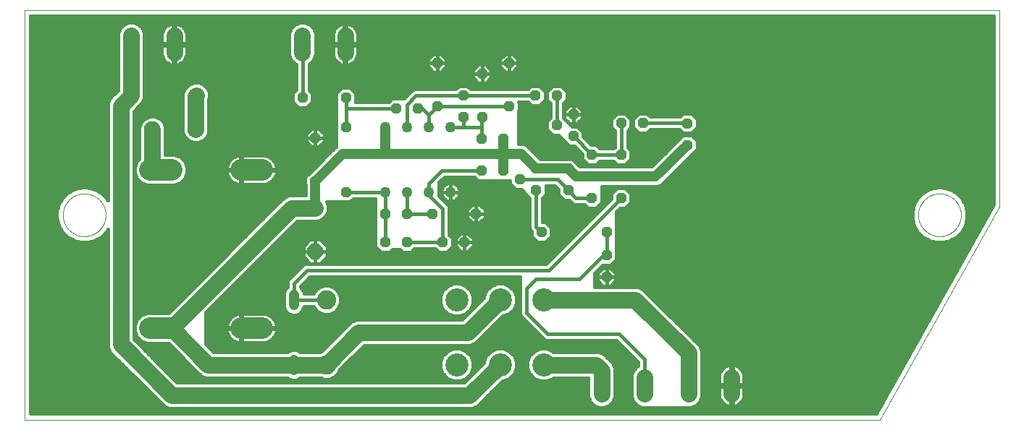
<source format=gbl>
G75*
%MOIN*%
%OFA0B0*%
%FSLAX25Y25*%
%IPPOS*%
%LPD*%
%AMOC8*
5,1,8,0,0,1.08239X$1,22.5*
%
%ADD10C,0.00000*%
%ADD11C,0.06693*%
%ADD12C,0.04800*%
%ADD13OC8,0.04800*%
%ADD14C,0.05000*%
%ADD15C,0.07500*%
%ADD16OC8,0.07500*%
%ADD17C,0.07800*%
%ADD18C,0.09843*%
%ADD19C,0.06496*%
%ADD20C,0.07600*%
%ADD21C,0.10630*%
%ADD22C,0.08858*%
%ADD23C,0.01600*%
%ADD24C,0.05000*%
%ADD25C,0.07600*%
%ADD26C,0.04764*%
D10*
X0004425Y0001800D02*
X0004425Y0190776D01*
X0453244Y0190776D01*
X0453244Y0100225D01*
X0398126Y0001800D01*
X0004425Y0001800D01*
X0022141Y0096288D02*
X0022144Y0096530D01*
X0022153Y0096771D01*
X0022168Y0097012D01*
X0022188Y0097253D01*
X0022215Y0097493D01*
X0022248Y0097732D01*
X0022286Y0097971D01*
X0022330Y0098208D01*
X0022380Y0098445D01*
X0022436Y0098680D01*
X0022498Y0098913D01*
X0022565Y0099145D01*
X0022638Y0099376D01*
X0022716Y0099604D01*
X0022801Y0099830D01*
X0022890Y0100055D01*
X0022985Y0100277D01*
X0023086Y0100496D01*
X0023192Y0100714D01*
X0023303Y0100928D01*
X0023420Y0101140D01*
X0023541Y0101348D01*
X0023668Y0101554D01*
X0023800Y0101756D01*
X0023937Y0101956D01*
X0024078Y0102151D01*
X0024224Y0102344D01*
X0024375Y0102532D01*
X0024531Y0102717D01*
X0024691Y0102898D01*
X0024855Y0103075D01*
X0025024Y0103248D01*
X0025197Y0103417D01*
X0025374Y0103581D01*
X0025555Y0103741D01*
X0025740Y0103897D01*
X0025928Y0104048D01*
X0026121Y0104194D01*
X0026316Y0104335D01*
X0026516Y0104472D01*
X0026718Y0104604D01*
X0026924Y0104731D01*
X0027132Y0104852D01*
X0027344Y0104969D01*
X0027558Y0105080D01*
X0027776Y0105186D01*
X0027995Y0105287D01*
X0028217Y0105382D01*
X0028442Y0105471D01*
X0028668Y0105556D01*
X0028896Y0105634D01*
X0029127Y0105707D01*
X0029359Y0105774D01*
X0029592Y0105836D01*
X0029827Y0105892D01*
X0030064Y0105942D01*
X0030301Y0105986D01*
X0030540Y0106024D01*
X0030779Y0106057D01*
X0031019Y0106084D01*
X0031260Y0106104D01*
X0031501Y0106119D01*
X0031742Y0106128D01*
X0031984Y0106131D01*
X0032226Y0106128D01*
X0032467Y0106119D01*
X0032708Y0106104D01*
X0032949Y0106084D01*
X0033189Y0106057D01*
X0033428Y0106024D01*
X0033667Y0105986D01*
X0033904Y0105942D01*
X0034141Y0105892D01*
X0034376Y0105836D01*
X0034609Y0105774D01*
X0034841Y0105707D01*
X0035072Y0105634D01*
X0035300Y0105556D01*
X0035526Y0105471D01*
X0035751Y0105382D01*
X0035973Y0105287D01*
X0036192Y0105186D01*
X0036410Y0105080D01*
X0036624Y0104969D01*
X0036836Y0104852D01*
X0037044Y0104731D01*
X0037250Y0104604D01*
X0037452Y0104472D01*
X0037652Y0104335D01*
X0037847Y0104194D01*
X0038040Y0104048D01*
X0038228Y0103897D01*
X0038413Y0103741D01*
X0038594Y0103581D01*
X0038771Y0103417D01*
X0038944Y0103248D01*
X0039113Y0103075D01*
X0039277Y0102898D01*
X0039437Y0102717D01*
X0039593Y0102532D01*
X0039744Y0102344D01*
X0039890Y0102151D01*
X0040031Y0101956D01*
X0040168Y0101756D01*
X0040300Y0101554D01*
X0040427Y0101348D01*
X0040548Y0101140D01*
X0040665Y0100928D01*
X0040776Y0100714D01*
X0040882Y0100496D01*
X0040983Y0100277D01*
X0041078Y0100055D01*
X0041167Y0099830D01*
X0041252Y0099604D01*
X0041330Y0099376D01*
X0041403Y0099145D01*
X0041470Y0098913D01*
X0041532Y0098680D01*
X0041588Y0098445D01*
X0041638Y0098208D01*
X0041682Y0097971D01*
X0041720Y0097732D01*
X0041753Y0097493D01*
X0041780Y0097253D01*
X0041800Y0097012D01*
X0041815Y0096771D01*
X0041824Y0096530D01*
X0041827Y0096288D01*
X0041824Y0096046D01*
X0041815Y0095805D01*
X0041800Y0095564D01*
X0041780Y0095323D01*
X0041753Y0095083D01*
X0041720Y0094844D01*
X0041682Y0094605D01*
X0041638Y0094368D01*
X0041588Y0094131D01*
X0041532Y0093896D01*
X0041470Y0093663D01*
X0041403Y0093431D01*
X0041330Y0093200D01*
X0041252Y0092972D01*
X0041167Y0092746D01*
X0041078Y0092521D01*
X0040983Y0092299D01*
X0040882Y0092080D01*
X0040776Y0091862D01*
X0040665Y0091648D01*
X0040548Y0091436D01*
X0040427Y0091228D01*
X0040300Y0091022D01*
X0040168Y0090820D01*
X0040031Y0090620D01*
X0039890Y0090425D01*
X0039744Y0090232D01*
X0039593Y0090044D01*
X0039437Y0089859D01*
X0039277Y0089678D01*
X0039113Y0089501D01*
X0038944Y0089328D01*
X0038771Y0089159D01*
X0038594Y0088995D01*
X0038413Y0088835D01*
X0038228Y0088679D01*
X0038040Y0088528D01*
X0037847Y0088382D01*
X0037652Y0088241D01*
X0037452Y0088104D01*
X0037250Y0087972D01*
X0037044Y0087845D01*
X0036836Y0087724D01*
X0036624Y0087607D01*
X0036410Y0087496D01*
X0036192Y0087390D01*
X0035973Y0087289D01*
X0035751Y0087194D01*
X0035526Y0087105D01*
X0035300Y0087020D01*
X0035072Y0086942D01*
X0034841Y0086869D01*
X0034609Y0086802D01*
X0034376Y0086740D01*
X0034141Y0086684D01*
X0033904Y0086634D01*
X0033667Y0086590D01*
X0033428Y0086552D01*
X0033189Y0086519D01*
X0032949Y0086492D01*
X0032708Y0086472D01*
X0032467Y0086457D01*
X0032226Y0086448D01*
X0031984Y0086445D01*
X0031742Y0086448D01*
X0031501Y0086457D01*
X0031260Y0086472D01*
X0031019Y0086492D01*
X0030779Y0086519D01*
X0030540Y0086552D01*
X0030301Y0086590D01*
X0030064Y0086634D01*
X0029827Y0086684D01*
X0029592Y0086740D01*
X0029359Y0086802D01*
X0029127Y0086869D01*
X0028896Y0086942D01*
X0028668Y0087020D01*
X0028442Y0087105D01*
X0028217Y0087194D01*
X0027995Y0087289D01*
X0027776Y0087390D01*
X0027558Y0087496D01*
X0027344Y0087607D01*
X0027132Y0087724D01*
X0026924Y0087845D01*
X0026718Y0087972D01*
X0026516Y0088104D01*
X0026316Y0088241D01*
X0026121Y0088382D01*
X0025928Y0088528D01*
X0025740Y0088679D01*
X0025555Y0088835D01*
X0025374Y0088995D01*
X0025197Y0089159D01*
X0025024Y0089328D01*
X0024855Y0089501D01*
X0024691Y0089678D01*
X0024531Y0089859D01*
X0024375Y0090044D01*
X0024224Y0090232D01*
X0024078Y0090425D01*
X0023937Y0090620D01*
X0023800Y0090820D01*
X0023668Y0091022D01*
X0023541Y0091228D01*
X0023420Y0091436D01*
X0023303Y0091648D01*
X0023192Y0091862D01*
X0023086Y0092080D01*
X0022985Y0092299D01*
X0022890Y0092521D01*
X0022801Y0092746D01*
X0022716Y0092972D01*
X0022638Y0093200D01*
X0022565Y0093431D01*
X0022498Y0093663D01*
X0022436Y0093896D01*
X0022380Y0094131D01*
X0022330Y0094368D01*
X0022286Y0094605D01*
X0022248Y0094844D01*
X0022215Y0095083D01*
X0022188Y0095323D01*
X0022168Y0095564D01*
X0022153Y0095805D01*
X0022144Y0096046D01*
X0022141Y0096288D01*
X0415842Y0096288D02*
X0415845Y0096530D01*
X0415854Y0096771D01*
X0415869Y0097012D01*
X0415889Y0097253D01*
X0415916Y0097493D01*
X0415949Y0097732D01*
X0415987Y0097971D01*
X0416031Y0098208D01*
X0416081Y0098445D01*
X0416137Y0098680D01*
X0416199Y0098913D01*
X0416266Y0099145D01*
X0416339Y0099376D01*
X0416417Y0099604D01*
X0416502Y0099830D01*
X0416591Y0100055D01*
X0416686Y0100277D01*
X0416787Y0100496D01*
X0416893Y0100714D01*
X0417004Y0100928D01*
X0417121Y0101140D01*
X0417242Y0101348D01*
X0417369Y0101554D01*
X0417501Y0101756D01*
X0417638Y0101956D01*
X0417779Y0102151D01*
X0417925Y0102344D01*
X0418076Y0102532D01*
X0418232Y0102717D01*
X0418392Y0102898D01*
X0418556Y0103075D01*
X0418725Y0103248D01*
X0418898Y0103417D01*
X0419075Y0103581D01*
X0419256Y0103741D01*
X0419441Y0103897D01*
X0419629Y0104048D01*
X0419822Y0104194D01*
X0420017Y0104335D01*
X0420217Y0104472D01*
X0420419Y0104604D01*
X0420625Y0104731D01*
X0420833Y0104852D01*
X0421045Y0104969D01*
X0421259Y0105080D01*
X0421477Y0105186D01*
X0421696Y0105287D01*
X0421918Y0105382D01*
X0422143Y0105471D01*
X0422369Y0105556D01*
X0422597Y0105634D01*
X0422828Y0105707D01*
X0423060Y0105774D01*
X0423293Y0105836D01*
X0423528Y0105892D01*
X0423765Y0105942D01*
X0424002Y0105986D01*
X0424241Y0106024D01*
X0424480Y0106057D01*
X0424720Y0106084D01*
X0424961Y0106104D01*
X0425202Y0106119D01*
X0425443Y0106128D01*
X0425685Y0106131D01*
X0425927Y0106128D01*
X0426168Y0106119D01*
X0426409Y0106104D01*
X0426650Y0106084D01*
X0426890Y0106057D01*
X0427129Y0106024D01*
X0427368Y0105986D01*
X0427605Y0105942D01*
X0427842Y0105892D01*
X0428077Y0105836D01*
X0428310Y0105774D01*
X0428542Y0105707D01*
X0428773Y0105634D01*
X0429001Y0105556D01*
X0429227Y0105471D01*
X0429452Y0105382D01*
X0429674Y0105287D01*
X0429893Y0105186D01*
X0430111Y0105080D01*
X0430325Y0104969D01*
X0430537Y0104852D01*
X0430745Y0104731D01*
X0430951Y0104604D01*
X0431153Y0104472D01*
X0431353Y0104335D01*
X0431548Y0104194D01*
X0431741Y0104048D01*
X0431929Y0103897D01*
X0432114Y0103741D01*
X0432295Y0103581D01*
X0432472Y0103417D01*
X0432645Y0103248D01*
X0432814Y0103075D01*
X0432978Y0102898D01*
X0433138Y0102717D01*
X0433294Y0102532D01*
X0433445Y0102344D01*
X0433591Y0102151D01*
X0433732Y0101956D01*
X0433869Y0101756D01*
X0434001Y0101554D01*
X0434128Y0101348D01*
X0434249Y0101140D01*
X0434366Y0100928D01*
X0434477Y0100714D01*
X0434583Y0100496D01*
X0434684Y0100277D01*
X0434779Y0100055D01*
X0434868Y0099830D01*
X0434953Y0099604D01*
X0435031Y0099376D01*
X0435104Y0099145D01*
X0435171Y0098913D01*
X0435233Y0098680D01*
X0435289Y0098445D01*
X0435339Y0098208D01*
X0435383Y0097971D01*
X0435421Y0097732D01*
X0435454Y0097493D01*
X0435481Y0097253D01*
X0435501Y0097012D01*
X0435516Y0096771D01*
X0435525Y0096530D01*
X0435528Y0096288D01*
X0435525Y0096046D01*
X0435516Y0095805D01*
X0435501Y0095564D01*
X0435481Y0095323D01*
X0435454Y0095083D01*
X0435421Y0094844D01*
X0435383Y0094605D01*
X0435339Y0094368D01*
X0435289Y0094131D01*
X0435233Y0093896D01*
X0435171Y0093663D01*
X0435104Y0093431D01*
X0435031Y0093200D01*
X0434953Y0092972D01*
X0434868Y0092746D01*
X0434779Y0092521D01*
X0434684Y0092299D01*
X0434583Y0092080D01*
X0434477Y0091862D01*
X0434366Y0091648D01*
X0434249Y0091436D01*
X0434128Y0091228D01*
X0434001Y0091022D01*
X0433869Y0090820D01*
X0433732Y0090620D01*
X0433591Y0090425D01*
X0433445Y0090232D01*
X0433294Y0090044D01*
X0433138Y0089859D01*
X0432978Y0089678D01*
X0432814Y0089501D01*
X0432645Y0089328D01*
X0432472Y0089159D01*
X0432295Y0088995D01*
X0432114Y0088835D01*
X0431929Y0088679D01*
X0431741Y0088528D01*
X0431548Y0088382D01*
X0431353Y0088241D01*
X0431153Y0088104D01*
X0430951Y0087972D01*
X0430745Y0087845D01*
X0430537Y0087724D01*
X0430325Y0087607D01*
X0430111Y0087496D01*
X0429893Y0087390D01*
X0429674Y0087289D01*
X0429452Y0087194D01*
X0429227Y0087105D01*
X0429001Y0087020D01*
X0428773Y0086942D01*
X0428542Y0086869D01*
X0428310Y0086802D01*
X0428077Y0086740D01*
X0427842Y0086684D01*
X0427605Y0086634D01*
X0427368Y0086590D01*
X0427129Y0086552D01*
X0426890Y0086519D01*
X0426650Y0086492D01*
X0426409Y0086472D01*
X0426168Y0086457D01*
X0425927Y0086448D01*
X0425685Y0086445D01*
X0425443Y0086448D01*
X0425202Y0086457D01*
X0424961Y0086472D01*
X0424720Y0086492D01*
X0424480Y0086519D01*
X0424241Y0086552D01*
X0424002Y0086590D01*
X0423765Y0086634D01*
X0423528Y0086684D01*
X0423293Y0086740D01*
X0423060Y0086802D01*
X0422828Y0086869D01*
X0422597Y0086942D01*
X0422369Y0087020D01*
X0422143Y0087105D01*
X0421918Y0087194D01*
X0421696Y0087289D01*
X0421477Y0087390D01*
X0421259Y0087496D01*
X0421045Y0087607D01*
X0420833Y0087724D01*
X0420625Y0087845D01*
X0420419Y0087972D01*
X0420217Y0088104D01*
X0420017Y0088241D01*
X0419822Y0088382D01*
X0419629Y0088528D01*
X0419441Y0088679D01*
X0419256Y0088835D01*
X0419075Y0088995D01*
X0418898Y0089159D01*
X0418725Y0089328D01*
X0418556Y0089501D01*
X0418392Y0089678D01*
X0418232Y0089859D01*
X0418076Y0090044D01*
X0417925Y0090232D01*
X0417779Y0090425D01*
X0417638Y0090620D01*
X0417501Y0090820D01*
X0417369Y0091022D01*
X0417242Y0091228D01*
X0417121Y0091436D01*
X0417004Y0091648D01*
X0416893Y0091862D01*
X0416787Y0092080D01*
X0416686Y0092299D01*
X0416591Y0092521D01*
X0416502Y0092746D01*
X0416417Y0092972D01*
X0416339Y0093200D01*
X0416266Y0093431D01*
X0416199Y0093663D01*
X0416137Y0093896D01*
X0416081Y0094131D01*
X0416031Y0094368D01*
X0415987Y0094605D01*
X0415949Y0094844D01*
X0415916Y0095083D01*
X0415889Y0095323D01*
X0415869Y0095564D01*
X0415854Y0095805D01*
X0415845Y0096046D01*
X0415842Y0096288D01*
D11*
X0083580Y0151406D03*
X0053580Y0151406D03*
D12*
X0128441Y0059515D02*
X0128441Y0054715D01*
X0128441Y0029515D02*
X0128441Y0024715D01*
D13*
X0170527Y0083690D03*
X0180527Y0083690D03*
X0196944Y0083690D03*
X0206944Y0083690D03*
X0212259Y0096879D03*
X0192259Y0096879D03*
X0180527Y0096879D03*
X0170527Y0096879D03*
X0152378Y0106879D03*
X0138283Y0111879D03*
X0138283Y0131879D03*
X0152378Y0136879D03*
X0175606Y0145501D03*
X0185606Y0145501D03*
X0194385Y0146328D03*
X0206393Y0151288D03*
X0227456Y0146328D03*
X0215055Y0141406D03*
X0206393Y0141288D03*
X0214976Y0131524D03*
X0224976Y0131524D03*
X0249563Y0137627D03*
X0257063Y0142627D03*
X0249582Y0151288D03*
X0239582Y0151288D03*
X0215055Y0161406D03*
X0227456Y0166328D03*
X0194385Y0166328D03*
X0152378Y0150422D03*
X0132378Y0150422D03*
X0214976Y0116761D03*
X0224976Y0116761D03*
X0232437Y0112587D03*
X0239937Y0107587D03*
X0254740Y0107587D03*
X0265645Y0104005D03*
X0279070Y0104005D03*
X0254740Y0117587D03*
X0265645Y0124005D03*
X0279070Y0124005D03*
X0257063Y0132627D03*
X0279070Y0138611D03*
X0289070Y0138611D03*
X0309543Y0138572D03*
X0309543Y0128572D03*
X0239937Y0117587D03*
X0242378Y0088414D03*
X0272378Y0088414D03*
X0272378Y0077666D03*
X0272378Y0067666D03*
D14*
X0200527Y0106879D03*
X0190527Y0106879D03*
X0180527Y0106879D03*
X0170527Y0106879D03*
X0170527Y0136879D03*
X0180527Y0136879D03*
X0190527Y0136879D03*
X0200527Y0136879D03*
D15*
X0138283Y0099398D03*
D16*
X0138283Y0079398D03*
D17*
X0270115Y0021448D02*
X0270115Y0013648D01*
X0289915Y0013648D02*
X0289915Y0021448D01*
X0310115Y0021448D02*
X0310115Y0013648D01*
X0329915Y0013648D02*
X0329915Y0021448D01*
X0152120Y0171128D02*
X0152120Y0178928D01*
X0132320Y0178928D02*
X0132320Y0171128D01*
X0073380Y0171128D02*
X0073380Y0178928D01*
X0053580Y0178928D02*
X0053580Y0171128D01*
D18*
X0062244Y0117040D02*
X0072086Y0117040D01*
X0104086Y0117040D02*
X0113929Y0117040D01*
X0113929Y0044040D02*
X0104086Y0044040D01*
X0072086Y0044040D02*
X0062244Y0044040D01*
D19*
X0062086Y0044040D03*
X0114086Y0044040D03*
X0114086Y0117040D03*
X0062086Y0117040D03*
D20*
X0063322Y0135658D03*
X0083322Y0135658D03*
D21*
X0203401Y0057115D03*
X0223401Y0057115D03*
X0243401Y0057115D03*
X0243401Y0027194D03*
X0223401Y0027194D03*
X0203401Y0027194D03*
D22*
X0143401Y0027194D03*
X0143401Y0057115D03*
D23*
X0128441Y0057115D01*
X0128441Y0064713D01*
X0134543Y0070816D01*
X0245881Y0070816D01*
X0279070Y0104005D01*
X0275865Y0107302D02*
X0270242Y0107302D01*
X0270242Y0105910D02*
X0270242Y0109425D01*
X0295887Y0109425D01*
X0297570Y0110122D01*
X0298858Y0111411D01*
X0311422Y0123974D01*
X0311447Y0123974D01*
X0314141Y0126667D01*
X0314141Y0130476D01*
X0311447Y0133169D01*
X0307639Y0133169D01*
X0304945Y0130476D01*
X0304945Y0130450D01*
X0293079Y0118584D01*
X0260219Y0118584D01*
X0259337Y0119466D01*
X0259337Y0119492D01*
X0256644Y0122185D01*
X0252835Y0122185D01*
X0252817Y0122167D01*
X0241859Y0122167D01*
X0241841Y0122185D01*
X0241815Y0122185D01*
X0237008Y0126993D01*
X0235720Y0128281D01*
X0234037Y0128978D01*
X0232025Y0128978D01*
X0232025Y0144394D01*
X0232054Y0144423D01*
X0232054Y0148232D01*
X0232025Y0148261D01*
X0232025Y0148291D01*
X0236078Y0148291D01*
X0237678Y0146691D01*
X0241487Y0146691D01*
X0244180Y0149384D01*
X0244180Y0153193D01*
X0241487Y0155886D01*
X0237678Y0155886D01*
X0236078Y0154286D01*
X0209898Y0154286D01*
X0208298Y0155886D01*
X0204489Y0155886D01*
X0202889Y0154286D01*
X0184025Y0154286D01*
X0182924Y0153829D01*
X0182080Y0152986D01*
X0179187Y0150093D01*
X0177516Y0150093D01*
X0177510Y0150098D01*
X0173702Y0150098D01*
X0172102Y0148498D01*
X0156956Y0148498D01*
X0156975Y0148518D01*
X0156975Y0152326D01*
X0154282Y0155020D01*
X0150473Y0155020D01*
X0147780Y0152326D01*
X0147780Y0150103D01*
X0147778Y0150101D01*
X0147778Y0127850D01*
X0146920Y0126993D01*
X0136404Y0116476D01*
X0136379Y0116476D01*
X0133685Y0113783D01*
X0133685Y0109974D01*
X0133704Y0109956D01*
X0133704Y0105396D01*
X0126251Y0105396D01*
X0124047Y0104483D01*
X0122360Y0102796D01*
X0070723Y0051159D01*
X0060828Y0051159D01*
X0058211Y0050075D01*
X0056209Y0048073D01*
X0055125Y0045456D01*
X0055125Y0042624D01*
X0056209Y0040008D01*
X0058211Y0038005D01*
X0060828Y0036921D01*
X0070723Y0036921D01*
X0083927Y0023718D01*
X0085614Y0022030D01*
X0087818Y0021117D01*
X0125536Y0021117D01*
X0125836Y0020817D01*
X0127526Y0020117D01*
X0129355Y0020117D01*
X0131045Y0020817D01*
X0131345Y0021117D01*
X0140754Y0021117D01*
X0142083Y0020567D01*
X0144719Y0020567D01*
X0147155Y0021576D01*
X0149019Y0023440D01*
X0149648Y0024959D01*
X0160846Y0036157D01*
X0209634Y0036157D01*
X0211838Y0037070D01*
X0213525Y0038757D01*
X0224371Y0049602D01*
X0224896Y0049602D01*
X0227657Y0050746D01*
X0229770Y0052859D01*
X0230914Y0055621D01*
X0230914Y0058609D01*
X0229770Y0061370D01*
X0227657Y0063484D01*
X0224896Y0064628D01*
X0221907Y0064628D01*
X0219146Y0063484D01*
X0217032Y0061370D01*
X0215889Y0058609D01*
X0215889Y0058084D01*
X0205956Y0048152D01*
X0157169Y0048152D01*
X0154964Y0047239D01*
X0153277Y0045552D01*
X0153277Y0045552D01*
X0141166Y0033441D01*
X0140374Y0033113D01*
X0131345Y0033113D01*
X0131045Y0033413D01*
X0129355Y0034113D01*
X0127526Y0034113D01*
X0125836Y0033413D01*
X0125536Y0033113D01*
X0091496Y0033113D01*
X0088021Y0036587D01*
X0088021Y0051493D01*
X0129929Y0093401D01*
X0139476Y0093401D01*
X0141680Y0094314D01*
X0143368Y0096001D01*
X0144281Y0098205D01*
X0144281Y0100591D01*
X0143580Y0102283D01*
X0150472Y0102283D01*
X0150473Y0102281D01*
X0154282Y0102281D01*
X0155882Y0103881D01*
X0165931Y0103881D01*
X0165931Y0098785D01*
X0165930Y0098783D01*
X0165930Y0094974D01*
X0165931Y0094973D01*
X0165931Y0085596D01*
X0165930Y0085594D01*
X0165930Y0081785D01*
X0168623Y0079092D01*
X0172432Y0079092D01*
X0173835Y0080495D01*
X0177220Y0080495D01*
X0178623Y0079092D01*
X0182432Y0079092D01*
X0184032Y0080692D01*
X0193440Y0080692D01*
X0195040Y0079092D01*
X0198849Y0079092D01*
X0201542Y0081785D01*
X0201542Y0085594D01*
X0199942Y0087194D01*
X0199942Y0099640D01*
X0199486Y0100742D01*
X0198643Y0101585D01*
X0195296Y0104931D01*
X0195296Y0111267D01*
X0197792Y0113763D01*
X0211472Y0113763D01*
X0213072Y0112163D01*
X0216880Y0112163D01*
X0216886Y0112169D01*
X0223066Y0112169D01*
X0223072Y0112163D01*
X0226880Y0112163D01*
X0226886Y0112169D01*
X0227839Y0112169D01*
X0227839Y0110683D01*
X0230532Y0107990D01*
X0233059Y0107990D01*
X0235339Y0105710D01*
X0235339Y0105683D01*
X0236939Y0104083D01*
X0236939Y0090259D01*
X0237395Y0089157D01*
X0237780Y0088773D01*
X0237780Y0086510D01*
X0240473Y0083817D01*
X0244282Y0083817D01*
X0246975Y0086510D01*
X0246975Y0090319D01*
X0244282Y0093012D01*
X0242934Y0093012D01*
X0242934Y0104083D01*
X0244534Y0105683D01*
X0244534Y0109492D01*
X0244436Y0109590D01*
X0248498Y0109590D01*
X0250142Y0107946D01*
X0250142Y0105683D01*
X0252835Y0102990D01*
X0255098Y0102990D01*
X0255781Y0102307D01*
X0256624Y0101463D01*
X0257726Y0101007D01*
X0262141Y0101007D01*
X0263741Y0099407D01*
X0267550Y0099407D01*
X0270243Y0102100D01*
X0270243Y0105909D01*
X0270242Y0105910D01*
X0270243Y0105703D02*
X0274473Y0105703D01*
X0274473Y0105909D02*
X0274473Y0103646D01*
X0244640Y0073813D01*
X0133947Y0073813D01*
X0132845Y0073357D01*
X0132002Y0072514D01*
X0125899Y0066411D01*
X0125443Y0065310D01*
X0125443Y0063019D01*
X0124543Y0062119D01*
X0123843Y0060429D01*
X0123843Y0053800D01*
X0124543Y0052111D01*
X0125836Y0050817D01*
X0127526Y0050117D01*
X0129355Y0050117D01*
X0131045Y0050817D01*
X0132338Y0052111D01*
X0133038Y0053800D01*
X0133038Y0054117D01*
X0137470Y0054117D01*
X0137783Y0053361D01*
X0139647Y0051497D01*
X0142083Y0050488D01*
X0144719Y0050488D01*
X0147155Y0051497D01*
X0149019Y0053361D01*
X0150028Y0055797D01*
X0150028Y0058433D01*
X0149019Y0060869D01*
X0147155Y0062733D01*
X0144719Y0063742D01*
X0142083Y0063742D01*
X0139647Y0062733D01*
X0137783Y0060869D01*
X0137470Y0060113D01*
X0133038Y0060113D01*
X0133038Y0060429D01*
X0132338Y0062119D01*
X0131438Y0063019D01*
X0131438Y0063472D01*
X0135785Y0067818D01*
X0232695Y0067818D01*
X0232695Y0063023D01*
X0232693Y0063018D01*
X0232693Y0050432D01*
X0233149Y0049330D01*
X0242760Y0039720D01*
X0243603Y0038877D01*
X0244705Y0038420D01*
X0276856Y0038420D01*
X0286918Y0028359D01*
X0286918Y0026806D01*
X0286461Y0026617D01*
X0284746Y0024902D01*
X0283818Y0022661D01*
X0283818Y0012435D01*
X0284746Y0010194D01*
X0286461Y0008479D01*
X0288702Y0007550D01*
X0291128Y0007550D01*
X0291147Y0007558D01*
X0308883Y0007558D01*
X0308902Y0007550D01*
X0311328Y0007550D01*
X0313569Y0008479D01*
X0315285Y0010194D01*
X0316213Y0012435D01*
X0316213Y0022661D01*
X0316113Y0022902D01*
X0316113Y0033818D01*
X0315200Y0036023D01*
X0313513Y0037710D01*
X0289023Y0062200D01*
X0286819Y0063113D01*
X0266852Y0063113D01*
X0266852Y0069326D01*
X0270594Y0073069D01*
X0274282Y0073069D01*
X0276975Y0075762D01*
X0276975Y0079571D01*
X0276974Y0079572D01*
X0276974Y0086508D01*
X0276975Y0086510D01*
X0276975Y0090319D01*
X0276974Y0090320D01*
X0276974Y0097669D01*
X0278712Y0099407D01*
X0280975Y0099407D01*
X0283668Y0102100D01*
X0283668Y0105909D01*
X0280975Y0108602D01*
X0277166Y0108602D01*
X0274473Y0105909D01*
X0274473Y0104105D02*
X0270243Y0104105D01*
X0270243Y0102506D02*
X0273333Y0102506D01*
X0271734Y0100908D02*
X0269050Y0100908D01*
X0270136Y0099309D02*
X0242934Y0099309D01*
X0242934Y0097711D02*
X0268537Y0097711D01*
X0266939Y0096112D02*
X0242934Y0096112D01*
X0242934Y0094514D02*
X0265340Y0094514D01*
X0263742Y0092915D02*
X0244379Y0092915D01*
X0245977Y0091317D02*
X0262143Y0091317D01*
X0260545Y0089718D02*
X0246975Y0089718D01*
X0246975Y0088120D02*
X0258946Y0088120D01*
X0257348Y0086521D02*
X0246975Y0086521D01*
X0245388Y0084923D02*
X0255749Y0084923D01*
X0254151Y0083324D02*
X0211144Y0083324D01*
X0211144Y0083690D02*
X0206945Y0083690D01*
X0211144Y0083690D01*
X0211144Y0085429D01*
X0208684Y0087890D01*
X0206945Y0087890D01*
X0206945Y0083690D01*
X0206945Y0083690D01*
X0206944Y0083690D01*
X0206944Y0083690D01*
X0202744Y0083690D01*
X0202744Y0085429D01*
X0205205Y0087890D01*
X0206944Y0087890D01*
X0206944Y0083690D01*
X0202744Y0083690D01*
X0202744Y0081950D01*
X0205205Y0079490D01*
X0206944Y0079490D01*
X0206944Y0083690D01*
X0206945Y0083690D01*
X0206945Y0079490D01*
X0208684Y0079490D01*
X0211144Y0081950D01*
X0211144Y0083690D01*
X0211144Y0084923D02*
X0239367Y0084923D01*
X0237780Y0086521D02*
X0210053Y0086521D01*
X0206945Y0086521D02*
X0206944Y0086521D01*
X0206944Y0084923D02*
X0206945Y0084923D01*
X0206944Y0083324D02*
X0206945Y0083324D01*
X0206944Y0081726D02*
X0206945Y0081726D01*
X0206944Y0080127D02*
X0206945Y0080127D01*
X0209321Y0080127D02*
X0250954Y0080127D01*
X0252552Y0081726D02*
X0210920Y0081726D01*
X0204567Y0080127D02*
X0199884Y0080127D01*
X0201482Y0081726D02*
X0202969Y0081726D01*
X0202744Y0083324D02*
X0201542Y0083324D01*
X0201542Y0084923D02*
X0202744Y0084923D01*
X0203836Y0086521D02*
X0200615Y0086521D01*
X0199942Y0088120D02*
X0237780Y0088120D01*
X0237163Y0089718D02*
X0199942Y0089718D01*
X0199942Y0091317D02*
X0236939Y0091317D01*
X0236939Y0092915D02*
X0214236Y0092915D01*
X0213999Y0092679D02*
X0216459Y0095139D01*
X0216459Y0096879D01*
X0216459Y0098618D01*
X0213999Y0101079D01*
X0212259Y0101079D01*
X0210520Y0101079D01*
X0208059Y0098618D01*
X0208059Y0096879D01*
X0212259Y0096879D01*
X0212259Y0096879D01*
X0212259Y0101079D01*
X0212259Y0096879D01*
X0212259Y0096879D01*
X0208059Y0096879D01*
X0208059Y0095139D01*
X0210520Y0092679D01*
X0212259Y0092679D01*
X0212259Y0096879D01*
X0212259Y0096879D01*
X0212260Y0096879D02*
X0216459Y0096879D01*
X0212260Y0096879D01*
X0212260Y0096879D01*
X0212259Y0096879D02*
X0212259Y0092679D01*
X0213999Y0092679D01*
X0212259Y0092915D02*
X0212259Y0092915D01*
X0212259Y0094514D02*
X0212259Y0094514D01*
X0212259Y0096112D02*
X0212259Y0096112D01*
X0212259Y0097711D02*
X0212259Y0097711D01*
X0212259Y0099309D02*
X0212259Y0099309D01*
X0212259Y0100908D02*
X0212259Y0100908D01*
X0210349Y0100908D02*
X0199320Y0100908D01*
X0199942Y0099309D02*
X0208750Y0099309D01*
X0208059Y0097711D02*
X0199942Y0097711D01*
X0199942Y0096112D02*
X0208059Y0096112D01*
X0208685Y0094514D02*
X0199942Y0094514D01*
X0199942Y0092915D02*
X0210283Y0092915D01*
X0215834Y0094514D02*
X0236939Y0094514D01*
X0236939Y0096112D02*
X0216459Y0096112D01*
X0216459Y0097711D02*
X0236939Y0097711D01*
X0236939Y0099309D02*
X0215769Y0099309D01*
X0214170Y0100908D02*
X0236939Y0100908D01*
X0236939Y0102506D02*
X0197722Y0102506D01*
X0198273Y0103201D02*
X0198877Y0102894D01*
X0199520Y0102685D01*
X0200189Y0102579D01*
X0200527Y0102579D01*
X0200527Y0106879D01*
X0200527Y0111179D01*
X0200189Y0111179D01*
X0199520Y0111073D01*
X0198877Y0110864D01*
X0198273Y0110556D01*
X0197726Y0110159D01*
X0197247Y0109680D01*
X0196849Y0109132D01*
X0196542Y0108529D01*
X0196333Y0107886D01*
X0196227Y0107217D01*
X0196227Y0106879D01*
X0200527Y0106879D01*
X0200527Y0106879D01*
X0200527Y0106879D01*
X0200527Y0111179D01*
X0200866Y0111179D01*
X0201534Y0111073D01*
X0202178Y0110864D01*
X0202781Y0110556D01*
X0203328Y0110159D01*
X0203807Y0109680D01*
X0204205Y0109132D01*
X0204512Y0108529D01*
X0204721Y0107886D01*
X0204827Y0107217D01*
X0204827Y0106879D01*
X0200527Y0106879D01*
X0196227Y0106879D01*
X0196227Y0106540D01*
X0196333Y0105872D01*
X0196542Y0105228D01*
X0196849Y0104625D01*
X0197247Y0104077D01*
X0197726Y0103599D01*
X0198273Y0103201D01*
X0197227Y0104105D02*
X0196123Y0104105D01*
X0196388Y0105703D02*
X0195296Y0105703D01*
X0195296Y0107302D02*
X0196241Y0107302D01*
X0196731Y0108900D02*
X0195296Y0108900D01*
X0195296Y0110499D02*
X0198194Y0110499D01*
X0200527Y0110499D02*
X0200527Y0110499D01*
X0200527Y0108900D02*
X0200527Y0108900D01*
X0200527Y0107302D02*
X0200527Y0107302D01*
X0200527Y0106879D02*
X0200527Y0106879D01*
X0200527Y0106879D01*
X0204827Y0106879D01*
X0204827Y0106540D01*
X0204721Y0105872D01*
X0204512Y0105228D01*
X0204205Y0104625D01*
X0203807Y0104077D01*
X0203328Y0103599D01*
X0202781Y0103201D01*
X0202178Y0102894D01*
X0201534Y0102685D01*
X0200866Y0102579D01*
X0200527Y0102579D01*
X0200527Y0106879D01*
X0200527Y0105703D02*
X0200527Y0105703D01*
X0200527Y0104105D02*
X0200527Y0104105D01*
X0203827Y0104105D02*
X0236917Y0104105D01*
X0235339Y0105703D02*
X0204666Y0105703D01*
X0204814Y0107302D02*
X0233747Y0107302D01*
X0229622Y0108900D02*
X0204323Y0108900D01*
X0202860Y0110499D02*
X0228023Y0110499D01*
X0227839Y0112097D02*
X0196127Y0112097D01*
X0197725Y0113696D02*
X0211539Y0113696D01*
X0214976Y0116761D02*
X0196551Y0116761D01*
X0190527Y0110737D01*
X0190527Y0106879D01*
X0190527Y0105461D01*
X0196944Y0099044D01*
X0196944Y0083690D01*
X0180527Y0083690D01*
X0177588Y0080127D02*
X0173466Y0080127D01*
X0170527Y0083690D02*
X0170527Y0096879D01*
X0170527Y0106879D01*
X0152378Y0106879D01*
X0154507Y0102506D02*
X0165931Y0102506D01*
X0165931Y0100908D02*
X0144150Y0100908D01*
X0144281Y0099309D02*
X0165931Y0099309D01*
X0165930Y0097711D02*
X0144076Y0097711D01*
X0143414Y0096112D02*
X0165930Y0096112D01*
X0165931Y0094514D02*
X0141880Y0094514D01*
X0129443Y0092915D02*
X0165931Y0092915D01*
X0165931Y0091317D02*
X0127845Y0091317D01*
X0126246Y0089718D02*
X0165931Y0089718D01*
X0165931Y0088120D02*
X0124648Y0088120D01*
X0123049Y0086521D02*
X0165931Y0086521D01*
X0165930Y0084923D02*
X0140608Y0084923D01*
X0140582Y0084948D02*
X0138283Y0084948D01*
X0135984Y0084948D01*
X0132733Y0081697D01*
X0132733Y0079398D01*
X0132733Y0077100D01*
X0135984Y0073848D01*
X0138283Y0073848D01*
X0138283Y0079398D01*
X0138283Y0079398D01*
X0138283Y0073848D01*
X0140582Y0073848D01*
X0143833Y0077100D01*
X0143833Y0079398D01*
X0138283Y0079398D01*
X0132733Y0079398D01*
X0138283Y0079398D01*
X0138283Y0079398D01*
X0138283Y0079398D01*
X0143833Y0079398D01*
X0143833Y0081697D01*
X0140582Y0084948D01*
X0142206Y0083324D02*
X0165930Y0083324D01*
X0165989Y0081726D02*
X0143805Y0081726D01*
X0143833Y0080127D02*
X0167588Y0080127D01*
X0183466Y0080127D02*
X0194005Y0080127D01*
X0200734Y0064142D02*
X0132108Y0064142D01*
X0131914Y0062543D02*
X0139458Y0062543D01*
X0137859Y0060945D02*
X0132825Y0060945D01*
X0124967Y0062543D02*
X0099071Y0062543D01*
X0097473Y0060945D02*
X0124056Y0060945D01*
X0123843Y0059346D02*
X0095874Y0059346D01*
X0094276Y0057748D02*
X0123843Y0057748D01*
X0123843Y0056149D02*
X0092677Y0056149D01*
X0091079Y0054551D02*
X0123843Y0054551D01*
X0124194Y0052952D02*
X0089480Y0052952D01*
X0088021Y0051354D02*
X0125300Y0051354D01*
X0131581Y0051354D02*
X0139993Y0051354D01*
X0138192Y0052952D02*
X0132687Y0052952D01*
X0119970Y0047019D02*
X0119529Y0047782D01*
X0118993Y0048481D01*
X0118370Y0049104D01*
X0117671Y0049641D01*
X0116908Y0050081D01*
X0116094Y0050418D01*
X0115243Y0050646D01*
X0114369Y0050761D01*
X0104369Y0050761D01*
X0104369Y0044323D01*
X0103804Y0044323D01*
X0103804Y0050761D01*
X0103646Y0050761D01*
X0102772Y0050646D01*
X0101921Y0050418D01*
X0101107Y0050081D01*
X0100344Y0049641D01*
X0099645Y0049104D01*
X0099022Y0048481D01*
X0098486Y0047782D01*
X0098045Y0047019D01*
X0097708Y0046205D01*
X0097480Y0045354D01*
X0097365Y0044481D01*
X0097365Y0044323D01*
X0103803Y0044323D01*
X0103803Y0043757D01*
X0103804Y0043757D02*
X0104369Y0043757D01*
X0104369Y0037319D01*
X0114369Y0037319D01*
X0115243Y0037434D01*
X0116094Y0037662D01*
X0116908Y0037999D01*
X0117671Y0038440D01*
X0118370Y0038976D01*
X0118993Y0039599D01*
X0119529Y0040298D01*
X0119970Y0041061D01*
X0120307Y0041875D01*
X0120535Y0042726D01*
X0120650Y0043600D01*
X0120650Y0043757D01*
X0114369Y0043757D01*
X0114369Y0044323D01*
X0120650Y0044323D01*
X0120650Y0044481D01*
X0120535Y0045354D01*
X0120307Y0046205D01*
X0119970Y0047019D01*
X0120161Y0046558D02*
X0154284Y0046558D01*
X0152685Y0044960D02*
X0120587Y0044960D01*
X0120619Y0043361D02*
X0151087Y0043361D01*
X0149488Y0041763D02*
X0120260Y0041763D01*
X0119427Y0040164D02*
X0147890Y0040164D01*
X0146291Y0038566D02*
X0117835Y0038566D01*
X0113803Y0043757D02*
X0109038Y0043757D01*
X0104369Y0043757D01*
X0104369Y0044323D01*
X0113803Y0044323D01*
X0113803Y0043757D01*
X0119242Y0048157D02*
X0205961Y0048157D01*
X0205265Y0049755D02*
X0207560Y0049755D01*
X0207657Y0050746D02*
X0204896Y0049602D01*
X0201907Y0049602D01*
X0199146Y0050746D01*
X0197032Y0052859D01*
X0195889Y0055621D01*
X0195889Y0058609D01*
X0197032Y0061370D01*
X0199146Y0063484D01*
X0201907Y0064628D01*
X0204896Y0064628D01*
X0207657Y0063484D01*
X0209770Y0061370D01*
X0210914Y0058609D01*
X0210914Y0055621D01*
X0209770Y0052859D01*
X0207657Y0050746D01*
X0208264Y0051354D02*
X0209158Y0051354D01*
X0209809Y0052952D02*
X0210757Y0052952D01*
X0210471Y0054551D02*
X0212355Y0054551D01*
X0210914Y0056149D02*
X0213954Y0056149D01*
X0215552Y0057748D02*
X0210914Y0057748D01*
X0210608Y0059346D02*
X0216194Y0059346D01*
X0216856Y0060945D02*
X0209946Y0060945D01*
X0208597Y0062543D02*
X0218205Y0062543D01*
X0220734Y0064142D02*
X0206068Y0064142D01*
X0198205Y0062543D02*
X0147344Y0062543D01*
X0148943Y0060945D02*
X0196856Y0060945D01*
X0196194Y0059346D02*
X0149650Y0059346D01*
X0150028Y0057748D02*
X0195889Y0057748D01*
X0195889Y0056149D02*
X0150028Y0056149D01*
X0149512Y0054551D02*
X0196332Y0054551D01*
X0196994Y0052952D02*
X0148610Y0052952D01*
X0146809Y0051354D02*
X0198538Y0051354D01*
X0201537Y0049755D02*
X0117472Y0049755D01*
X0104369Y0049755D02*
X0103804Y0049755D01*
X0103804Y0048157D02*
X0104369Y0048157D01*
X0104369Y0046558D02*
X0103804Y0046558D01*
X0103804Y0044960D02*
X0104369Y0044960D01*
X0103803Y0043757D02*
X0097365Y0043757D01*
X0097365Y0043600D01*
X0097480Y0042726D01*
X0097708Y0041875D01*
X0098045Y0041061D01*
X0098486Y0040298D01*
X0099022Y0039599D01*
X0099645Y0038976D01*
X0100344Y0038440D01*
X0101107Y0037999D01*
X0101921Y0037662D01*
X0102772Y0037434D01*
X0103646Y0037319D01*
X0103804Y0037319D01*
X0103804Y0043757D01*
X0103804Y0043361D02*
X0104369Y0043361D01*
X0104369Y0041763D02*
X0103804Y0041763D01*
X0103804Y0040164D02*
X0104369Y0040164D01*
X0104369Y0038566D02*
X0103804Y0038566D01*
X0100180Y0038566D02*
X0088021Y0038566D01*
X0088021Y0040164D02*
X0098588Y0040164D01*
X0097754Y0041763D02*
X0088021Y0041763D01*
X0088021Y0043361D02*
X0097396Y0043361D01*
X0097428Y0044960D02*
X0088021Y0044960D01*
X0088021Y0046558D02*
X0097854Y0046558D01*
X0098773Y0048157D02*
X0088021Y0048157D01*
X0088021Y0049755D02*
X0100543Y0049755D01*
X0078911Y0059346D02*
X0054714Y0059346D01*
X0054714Y0057748D02*
X0077312Y0057748D01*
X0075714Y0056149D02*
X0054714Y0056149D01*
X0054714Y0054551D02*
X0074115Y0054551D01*
X0072516Y0052952D02*
X0054714Y0052952D01*
X0054714Y0051354D02*
X0070918Y0051354D01*
X0057891Y0049755D02*
X0054714Y0049755D01*
X0054714Y0048157D02*
X0056293Y0048157D01*
X0055581Y0046558D02*
X0054714Y0046558D01*
X0054714Y0044960D02*
X0055125Y0044960D01*
X0055125Y0043361D02*
X0054714Y0043361D01*
X0054714Y0041763D02*
X0055482Y0041763D01*
X0056144Y0040164D02*
X0054714Y0040164D01*
X0054714Y0039087D02*
X0054714Y0144058D01*
X0058664Y0148009D01*
X0059578Y0150213D01*
X0059578Y0169674D01*
X0059678Y0169915D01*
X0059678Y0180141D01*
X0058749Y0182382D01*
X0057034Y0184098D01*
X0054793Y0185026D01*
X0052367Y0185026D01*
X0050126Y0184098D01*
X0048411Y0182382D01*
X0047482Y0180141D01*
X0047482Y0169915D01*
X0047582Y0169674D01*
X0047582Y0153891D01*
X0045319Y0151627D01*
X0043632Y0149940D01*
X0042719Y0147736D01*
X0042719Y0102980D01*
X0042100Y0104051D01*
X0039747Y0106405D01*
X0036864Y0108069D01*
X0033648Y0108931D01*
X0030319Y0108931D01*
X0027104Y0108069D01*
X0024221Y0106405D01*
X0021867Y0104051D01*
X0020203Y0101168D01*
X0019341Y0097953D01*
X0019341Y0094624D01*
X0020203Y0091408D01*
X0021867Y0088525D01*
X0024221Y0086172D01*
X0027104Y0084507D01*
X0030319Y0083646D01*
X0033648Y0083646D01*
X0036864Y0084507D01*
X0039747Y0086172D01*
X0042100Y0088525D01*
X0042719Y0089596D01*
X0042719Y0035410D01*
X0043632Y0033206D01*
X0067080Y0009757D01*
X0068768Y0008070D01*
X0070972Y0007157D01*
X0210555Y0007157D01*
X0212759Y0008070D01*
X0214446Y0009757D01*
X0224371Y0019681D01*
X0224896Y0019681D01*
X0227657Y0020825D01*
X0229770Y0022938D01*
X0230914Y0025699D01*
X0230914Y0028688D01*
X0229770Y0031449D01*
X0227657Y0033563D01*
X0224896Y0034706D01*
X0221907Y0034706D01*
X0219146Y0033563D01*
X0217032Y0031449D01*
X0215889Y0028688D01*
X0215889Y0028163D01*
X0206877Y0019152D01*
X0074649Y0019152D01*
X0054714Y0039087D01*
X0055235Y0038566D02*
X0057650Y0038566D01*
X0056834Y0036967D02*
X0060717Y0036967D01*
X0058432Y0035369D02*
X0072276Y0035369D01*
X0073874Y0033770D02*
X0060031Y0033770D01*
X0061630Y0032172D02*
X0075473Y0032172D01*
X0077071Y0030573D02*
X0063228Y0030573D01*
X0064827Y0028975D02*
X0078670Y0028975D01*
X0080268Y0027376D02*
X0066425Y0027376D01*
X0068024Y0025778D02*
X0081867Y0025778D01*
X0083465Y0024179D02*
X0069622Y0024179D01*
X0071221Y0022581D02*
X0085064Y0022581D01*
X0074418Y0019384D02*
X0207109Y0019384D01*
X0207657Y0020825D02*
X0209770Y0022938D01*
X0210914Y0025699D01*
X0210914Y0028688D01*
X0209770Y0031449D01*
X0207657Y0033563D01*
X0204896Y0034706D01*
X0201907Y0034706D01*
X0199146Y0033563D01*
X0197032Y0031449D01*
X0195889Y0028688D01*
X0195889Y0025699D01*
X0197032Y0022938D01*
X0199146Y0020825D01*
X0201907Y0019681D01*
X0204896Y0019681D01*
X0207657Y0020825D01*
X0207814Y0020982D02*
X0208708Y0020982D01*
X0209413Y0022581D02*
X0210306Y0022581D01*
X0210284Y0024179D02*
X0211905Y0024179D01*
X0210914Y0025778D02*
X0213503Y0025778D01*
X0215102Y0027376D02*
X0210914Y0027376D01*
X0210795Y0028975D02*
X0216007Y0028975D01*
X0216669Y0030573D02*
X0210133Y0030573D01*
X0209048Y0032172D02*
X0217755Y0032172D01*
X0219647Y0033770D02*
X0207155Y0033770D01*
X0211590Y0036967D02*
X0278310Y0036967D01*
X0279908Y0035369D02*
X0160058Y0035369D01*
X0158460Y0033770D02*
X0199647Y0033770D01*
X0197755Y0032172D02*
X0156861Y0032172D01*
X0155263Y0030573D02*
X0196669Y0030573D01*
X0196007Y0028975D02*
X0153664Y0028975D01*
X0152066Y0027376D02*
X0195889Y0027376D01*
X0195889Y0025778D02*
X0150467Y0025778D01*
X0149325Y0024179D02*
X0196518Y0024179D01*
X0197390Y0022581D02*
X0148160Y0022581D01*
X0145722Y0020982D02*
X0198988Y0020982D01*
X0217679Y0012990D02*
X0264018Y0012990D01*
X0264018Y0012435D02*
X0264946Y0010194D01*
X0266661Y0008479D01*
X0268902Y0007550D01*
X0271328Y0007550D01*
X0273569Y0008479D01*
X0275285Y0010194D01*
X0276213Y0012435D01*
X0276213Y0022661D01*
X0276113Y0022902D01*
X0276113Y0025751D01*
X0275200Y0027956D01*
X0273513Y0029643D01*
X0270877Y0032278D01*
X0268673Y0033191D01*
X0248028Y0033191D01*
X0247657Y0033563D01*
X0244896Y0034706D01*
X0241907Y0034706D01*
X0239146Y0033563D01*
X0237032Y0031449D01*
X0235889Y0028688D01*
X0235889Y0025699D01*
X0237032Y0022938D01*
X0239146Y0020825D01*
X0241907Y0019681D01*
X0244896Y0019681D01*
X0247657Y0020825D01*
X0248028Y0021196D01*
X0264018Y0021196D01*
X0264018Y0012435D01*
X0264450Y0011391D02*
X0216080Y0011391D01*
X0214482Y0009793D02*
X0265347Y0009793D01*
X0267349Y0008194D02*
X0212883Y0008194D01*
X0219277Y0014588D02*
X0264018Y0014588D01*
X0264018Y0016187D02*
X0220876Y0016187D01*
X0222475Y0017785D02*
X0264018Y0017785D01*
X0264018Y0019384D02*
X0224073Y0019384D01*
X0227814Y0020982D02*
X0238988Y0020982D01*
X0237390Y0022581D02*
X0229413Y0022581D01*
X0230284Y0024179D02*
X0236518Y0024179D01*
X0235889Y0025778D02*
X0230914Y0025778D01*
X0230914Y0027376D02*
X0235889Y0027376D01*
X0236007Y0028975D02*
X0230795Y0028975D01*
X0230133Y0030573D02*
X0236669Y0030573D01*
X0237755Y0032172D02*
X0229048Y0032172D01*
X0227155Y0033770D02*
X0239647Y0033770D01*
X0247155Y0033770D02*
X0281507Y0033770D01*
X0283105Y0032172D02*
X0270984Y0032172D01*
X0272582Y0030573D02*
X0284704Y0030573D01*
X0286302Y0028975D02*
X0274181Y0028975D01*
X0275440Y0027376D02*
X0286918Y0027376D01*
X0285622Y0025778D02*
X0276102Y0025778D01*
X0276113Y0024179D02*
X0284447Y0024179D01*
X0283818Y0022581D02*
X0276213Y0022581D01*
X0276213Y0020982D02*
X0283818Y0020982D01*
X0283818Y0019384D02*
X0276213Y0019384D01*
X0276213Y0017785D02*
X0283818Y0017785D01*
X0283818Y0016187D02*
X0276213Y0016187D01*
X0276213Y0014588D02*
X0283818Y0014588D01*
X0283818Y0012990D02*
X0276213Y0012990D01*
X0275781Y0011391D02*
X0284250Y0011391D01*
X0285147Y0009793D02*
X0274883Y0009793D01*
X0272882Y0008194D02*
X0287149Y0008194D01*
X0289915Y0017548D02*
X0289915Y0029601D01*
X0278098Y0041418D01*
X0245301Y0041418D01*
X0235691Y0051028D01*
X0235691Y0062422D01*
X0239844Y0066576D01*
X0259862Y0066576D01*
X0270952Y0077666D01*
X0272378Y0077666D01*
X0272378Y0088414D01*
X0276975Y0088120D02*
X0415974Y0088120D01*
X0415568Y0088525D02*
X0417922Y0086172D01*
X0420805Y0084507D01*
X0424020Y0083646D01*
X0427349Y0083646D01*
X0430564Y0084507D01*
X0433447Y0086172D01*
X0435801Y0088525D01*
X0437466Y0091408D01*
X0438327Y0094624D01*
X0438327Y0097953D01*
X0437466Y0101168D01*
X0435801Y0104051D01*
X0433447Y0106405D01*
X0430564Y0108069D01*
X0427349Y0108931D01*
X0424020Y0108931D01*
X0420805Y0108069D01*
X0417922Y0106405D01*
X0415568Y0104051D01*
X0413904Y0101168D01*
X0413042Y0097953D01*
X0413042Y0094624D01*
X0413904Y0091408D01*
X0415568Y0088525D01*
X0414880Y0089718D02*
X0276975Y0089718D01*
X0276974Y0091317D02*
X0413957Y0091317D01*
X0413500Y0092915D02*
X0276974Y0092915D01*
X0276974Y0094514D02*
X0413072Y0094514D01*
X0413042Y0096112D02*
X0276974Y0096112D01*
X0277016Y0097711D02*
X0413042Y0097711D01*
X0413406Y0099309D02*
X0278614Y0099309D01*
X0282475Y0100908D02*
X0413834Y0100908D01*
X0414676Y0102506D02*
X0283668Y0102506D01*
X0283668Y0104105D02*
X0415622Y0104105D01*
X0417220Y0105703D02*
X0283668Y0105703D01*
X0282275Y0107302D02*
X0419476Y0107302D01*
X0423907Y0108900D02*
X0270242Y0108900D01*
X0265645Y0104005D02*
X0258322Y0104005D01*
X0254740Y0107587D01*
X0249740Y0112587D01*
X0232437Y0112587D01*
X0244534Y0108900D02*
X0249188Y0108900D01*
X0250142Y0107302D02*
X0244534Y0107302D01*
X0244534Y0105703D02*
X0250142Y0105703D01*
X0251720Y0104105D02*
X0242956Y0104105D01*
X0242934Y0102506D02*
X0255582Y0102506D01*
X0262240Y0100908D02*
X0242934Y0100908D01*
X0239937Y0107587D02*
X0239937Y0090855D01*
X0242378Y0088414D01*
X0249355Y0078529D02*
X0143833Y0078529D01*
X0143664Y0076930D02*
X0247756Y0076930D01*
X0246158Y0075332D02*
X0142065Y0075332D01*
X0138283Y0075332D02*
X0138283Y0075332D01*
X0138283Y0076930D02*
X0138283Y0076930D01*
X0138283Y0078529D02*
X0138283Y0078529D01*
X0138283Y0079399D02*
X0138283Y0084948D01*
X0138283Y0079399D01*
X0138283Y0079399D01*
X0138283Y0080127D02*
X0138283Y0080127D01*
X0138283Y0081726D02*
X0138283Y0081726D01*
X0138283Y0083324D02*
X0138283Y0083324D01*
X0138283Y0084923D02*
X0138283Y0084923D01*
X0135958Y0084923D02*
X0121451Y0084923D01*
X0119852Y0083324D02*
X0134360Y0083324D01*
X0132761Y0081726D02*
X0118254Y0081726D01*
X0116655Y0080127D02*
X0132733Y0080127D01*
X0132733Y0078529D02*
X0115057Y0078529D01*
X0113458Y0076930D02*
X0132903Y0076930D01*
X0134501Y0075332D02*
X0111860Y0075332D01*
X0110261Y0073733D02*
X0133753Y0073733D01*
X0131622Y0072134D02*
X0108662Y0072134D01*
X0107064Y0070536D02*
X0130024Y0070536D01*
X0128425Y0068937D02*
X0105465Y0068937D01*
X0103867Y0067339D02*
X0126827Y0067339D01*
X0125621Y0065740D02*
X0102268Y0065740D01*
X0100670Y0064142D02*
X0125443Y0064142D01*
X0133707Y0065740D02*
X0232695Y0065740D01*
X0232695Y0064142D02*
X0226068Y0064142D01*
X0228597Y0062543D02*
X0232693Y0062543D01*
X0232693Y0060945D02*
X0229946Y0060945D01*
X0230608Y0059346D02*
X0232693Y0059346D01*
X0232693Y0057748D02*
X0230914Y0057748D01*
X0230914Y0056149D02*
X0232693Y0056149D01*
X0232693Y0054551D02*
X0230471Y0054551D01*
X0229809Y0052952D02*
X0232693Y0052952D01*
X0232693Y0051354D02*
X0228264Y0051354D01*
X0225265Y0049755D02*
X0232973Y0049755D01*
X0234323Y0048157D02*
X0222925Y0048157D01*
X0221326Y0046558D02*
X0235921Y0046558D01*
X0237520Y0044960D02*
X0219728Y0044960D01*
X0218129Y0043361D02*
X0239118Y0043361D01*
X0240717Y0041763D02*
X0216531Y0041763D01*
X0214932Y0040164D02*
X0242315Y0040164D01*
X0244354Y0038566D02*
X0213334Y0038566D01*
X0247814Y0020982D02*
X0264018Y0020982D01*
X0312882Y0008194D02*
X0328255Y0008194D01*
X0328581Y0008088D02*
X0327727Y0008366D01*
X0326928Y0008773D01*
X0326202Y0009300D01*
X0325568Y0009935D01*
X0325040Y0010661D01*
X0324633Y0011460D01*
X0324356Y0012313D01*
X0324215Y0013199D01*
X0324215Y0017048D01*
X0329415Y0017048D01*
X0329415Y0018048D01*
X0324215Y0018048D01*
X0324215Y0021897D01*
X0324356Y0022783D01*
X0324633Y0023636D01*
X0325040Y0024435D01*
X0325568Y0025161D01*
X0326202Y0025796D01*
X0326928Y0026323D01*
X0327727Y0026730D01*
X0328581Y0027008D01*
X0329415Y0027140D01*
X0329415Y0018048D01*
X0330415Y0018048D01*
X0330415Y0027140D01*
X0331250Y0027008D01*
X0332103Y0026730D01*
X0332903Y0026323D01*
X0333629Y0025796D01*
X0334263Y0025161D01*
X0334790Y0024435D01*
X0335198Y0023636D01*
X0335475Y0022783D01*
X0335615Y0021897D01*
X0335615Y0018048D01*
X0330415Y0018048D01*
X0330415Y0017048D01*
X0330415Y0007956D01*
X0331250Y0008088D01*
X0332103Y0008366D01*
X0332903Y0008773D01*
X0333629Y0009300D01*
X0334263Y0009935D01*
X0334790Y0010661D01*
X0335198Y0011460D01*
X0335475Y0012313D01*
X0335615Y0013199D01*
X0335615Y0017048D01*
X0330415Y0017048D01*
X0329415Y0017048D01*
X0329415Y0007956D01*
X0328581Y0008088D01*
X0329415Y0008194D02*
X0330415Y0008194D01*
X0331575Y0008194D02*
X0398497Y0008194D01*
X0397602Y0006596D02*
X0007225Y0006596D01*
X0007225Y0008194D02*
X0068643Y0008194D01*
X0067045Y0009793D02*
X0007225Y0009793D01*
X0007225Y0011391D02*
X0065446Y0011391D01*
X0063848Y0012990D02*
X0007225Y0012990D01*
X0007225Y0014588D02*
X0062249Y0014588D01*
X0060651Y0016187D02*
X0007225Y0016187D01*
X0007225Y0017785D02*
X0059052Y0017785D01*
X0057454Y0019384D02*
X0007225Y0019384D01*
X0007225Y0020982D02*
X0055855Y0020982D01*
X0054257Y0022581D02*
X0007225Y0022581D01*
X0007225Y0024179D02*
X0052658Y0024179D01*
X0051060Y0025778D02*
X0007225Y0025778D01*
X0007225Y0027376D02*
X0049461Y0027376D01*
X0047863Y0028975D02*
X0007225Y0028975D01*
X0007225Y0030573D02*
X0046264Y0030573D01*
X0044666Y0032172D02*
X0007225Y0032172D01*
X0007225Y0033770D02*
X0043398Y0033770D01*
X0042736Y0035369D02*
X0007225Y0035369D01*
X0007225Y0036967D02*
X0042719Y0036967D01*
X0042719Y0038566D02*
X0007225Y0038566D01*
X0007225Y0040164D02*
X0042719Y0040164D01*
X0042719Y0041763D02*
X0007225Y0041763D01*
X0007225Y0043361D02*
X0042719Y0043361D01*
X0042719Y0044960D02*
X0007225Y0044960D01*
X0007225Y0046558D02*
X0042719Y0046558D01*
X0042719Y0048157D02*
X0007225Y0048157D01*
X0007225Y0049755D02*
X0042719Y0049755D01*
X0042719Y0051354D02*
X0007225Y0051354D01*
X0007225Y0052952D02*
X0042719Y0052952D01*
X0042719Y0054551D02*
X0007225Y0054551D01*
X0007225Y0056149D02*
X0042719Y0056149D01*
X0042719Y0057748D02*
X0007225Y0057748D01*
X0007225Y0059346D02*
X0042719Y0059346D01*
X0042719Y0060945D02*
X0007225Y0060945D01*
X0007225Y0062543D02*
X0042719Y0062543D01*
X0042719Y0064142D02*
X0007225Y0064142D01*
X0007225Y0065740D02*
X0042719Y0065740D01*
X0042719Y0067339D02*
X0007225Y0067339D01*
X0007225Y0068937D02*
X0042719Y0068937D01*
X0042719Y0070536D02*
X0007225Y0070536D01*
X0007225Y0072134D02*
X0042719Y0072134D01*
X0042719Y0073733D02*
X0007225Y0073733D01*
X0007225Y0075332D02*
X0042719Y0075332D01*
X0042719Y0076930D02*
X0007225Y0076930D01*
X0007225Y0078529D02*
X0042719Y0078529D01*
X0042719Y0080127D02*
X0007225Y0080127D01*
X0007225Y0081726D02*
X0042719Y0081726D01*
X0042719Y0083324D02*
X0007225Y0083324D01*
X0007225Y0084923D02*
X0026385Y0084923D01*
X0023872Y0086521D02*
X0007225Y0086521D01*
X0007225Y0088120D02*
X0022273Y0088120D01*
X0021179Y0089718D02*
X0007225Y0089718D01*
X0007225Y0091317D02*
X0020256Y0091317D01*
X0019799Y0092915D02*
X0007225Y0092915D01*
X0007225Y0094514D02*
X0019371Y0094514D01*
X0019341Y0096112D02*
X0007225Y0096112D01*
X0007225Y0097711D02*
X0019341Y0097711D01*
X0019705Y0099309D02*
X0007225Y0099309D01*
X0007225Y0100908D02*
X0020133Y0100908D01*
X0020976Y0102506D02*
X0007225Y0102506D01*
X0007225Y0104105D02*
X0021921Y0104105D01*
X0023520Y0105703D02*
X0007225Y0105703D01*
X0007225Y0107302D02*
X0025775Y0107302D01*
X0030206Y0108900D02*
X0007225Y0108900D01*
X0007225Y0110499D02*
X0042719Y0110499D01*
X0042719Y0112097D02*
X0007225Y0112097D01*
X0007225Y0113696D02*
X0042719Y0113696D01*
X0042719Y0115294D02*
X0007225Y0115294D01*
X0007225Y0116893D02*
X0042719Y0116893D01*
X0042719Y0118491D02*
X0007225Y0118491D01*
X0007225Y0120090D02*
X0042719Y0120090D01*
X0042719Y0121688D02*
X0007225Y0121688D01*
X0007225Y0123287D02*
X0042719Y0123287D01*
X0042719Y0124885D02*
X0007225Y0124885D01*
X0007225Y0126484D02*
X0042719Y0126484D01*
X0042719Y0128082D02*
X0007225Y0128082D01*
X0007225Y0129681D02*
X0042719Y0129681D01*
X0042719Y0131279D02*
X0007225Y0131279D01*
X0007225Y0132878D02*
X0042719Y0132878D01*
X0042719Y0134476D02*
X0007225Y0134476D01*
X0007225Y0136075D02*
X0042719Y0136075D01*
X0042719Y0137673D02*
X0007225Y0137673D01*
X0007225Y0139272D02*
X0042719Y0139272D01*
X0042719Y0140870D02*
X0007225Y0140870D01*
X0007225Y0142469D02*
X0042719Y0142469D01*
X0042719Y0144068D02*
X0007225Y0144068D01*
X0007225Y0145666D02*
X0042719Y0145666D01*
X0042719Y0147265D02*
X0007225Y0147265D01*
X0007225Y0148863D02*
X0043186Y0148863D01*
X0044153Y0150462D02*
X0007225Y0150462D01*
X0007225Y0152060D02*
X0045752Y0152060D01*
X0047350Y0153659D02*
X0007225Y0153659D01*
X0007225Y0155257D02*
X0047582Y0155257D01*
X0047582Y0156856D02*
X0007225Y0156856D01*
X0007225Y0158454D02*
X0047582Y0158454D01*
X0047582Y0160053D02*
X0007225Y0160053D01*
X0007225Y0161651D02*
X0047582Y0161651D01*
X0047582Y0163250D02*
X0007225Y0163250D01*
X0007225Y0164848D02*
X0047582Y0164848D01*
X0047582Y0166447D02*
X0007225Y0166447D01*
X0007225Y0168045D02*
X0047582Y0168045D01*
X0047582Y0169644D02*
X0007225Y0169644D01*
X0007225Y0171242D02*
X0047482Y0171242D01*
X0047482Y0172841D02*
X0007225Y0172841D01*
X0007225Y0174439D02*
X0047482Y0174439D01*
X0047482Y0176038D02*
X0007225Y0176038D01*
X0007225Y0177636D02*
X0047482Y0177636D01*
X0047482Y0179235D02*
X0007225Y0179235D01*
X0007225Y0180833D02*
X0047769Y0180833D01*
X0048460Y0182432D02*
X0007225Y0182432D01*
X0007225Y0184030D02*
X0050059Y0184030D01*
X0057101Y0184030D02*
X0070838Y0184030D01*
X0071192Y0184211D02*
X0070392Y0183803D01*
X0069667Y0183276D01*
X0069032Y0182642D01*
X0068505Y0181916D01*
X0068098Y0181116D01*
X0067820Y0180263D01*
X0067680Y0179377D01*
X0067680Y0175528D01*
X0072880Y0175528D01*
X0072880Y0174528D01*
X0073880Y0174528D01*
X0073880Y0165436D01*
X0074715Y0165569D01*
X0075568Y0165846D01*
X0076367Y0166253D01*
X0077093Y0166781D01*
X0077728Y0167415D01*
X0078255Y0168141D01*
X0078662Y0168940D01*
X0078940Y0169794D01*
X0079080Y0170680D01*
X0079080Y0174528D01*
X0073880Y0174528D01*
X0073880Y0175528D01*
X0079080Y0175528D01*
X0079080Y0179377D01*
X0078940Y0180263D01*
X0078662Y0181116D01*
X0078255Y0181916D01*
X0077728Y0182642D01*
X0077093Y0183276D01*
X0076367Y0183803D01*
X0075568Y0184211D01*
X0074715Y0184488D01*
X0073880Y0184620D01*
X0073880Y0175528D01*
X0072880Y0175528D01*
X0072880Y0184620D01*
X0072045Y0184488D01*
X0071192Y0184211D01*
X0072880Y0184030D02*
X0073880Y0184030D01*
X0073880Y0182432D02*
X0072880Y0182432D01*
X0072880Y0180833D02*
X0073880Y0180833D01*
X0073880Y0179235D02*
X0072880Y0179235D01*
X0072880Y0177636D02*
X0073880Y0177636D01*
X0073880Y0176038D02*
X0072880Y0176038D01*
X0072880Y0174528D02*
X0067680Y0174528D01*
X0067680Y0170680D01*
X0067820Y0169794D01*
X0068098Y0168940D01*
X0068505Y0168141D01*
X0069032Y0167415D01*
X0069667Y0166781D01*
X0070392Y0166253D01*
X0071192Y0165846D01*
X0072045Y0165569D01*
X0072880Y0165436D01*
X0072880Y0174528D01*
X0072880Y0174439D02*
X0073880Y0174439D01*
X0073880Y0172841D02*
X0072880Y0172841D01*
X0072880Y0171242D02*
X0073880Y0171242D01*
X0073880Y0169644D02*
X0072880Y0169644D01*
X0072880Y0168045D02*
X0073880Y0168045D01*
X0073880Y0166447D02*
X0072880Y0166447D01*
X0070126Y0166447D02*
X0059578Y0166447D01*
X0059578Y0168045D02*
X0068574Y0168045D01*
X0067869Y0169644D02*
X0059578Y0169644D01*
X0059678Y0171242D02*
X0067680Y0171242D01*
X0067680Y0172841D02*
X0059678Y0172841D01*
X0059678Y0174439D02*
X0067680Y0174439D01*
X0067680Y0176038D02*
X0059678Y0176038D01*
X0059678Y0177636D02*
X0067680Y0177636D01*
X0067680Y0179235D02*
X0059678Y0179235D01*
X0059391Y0180833D02*
X0068006Y0180833D01*
X0068880Y0182432D02*
X0058700Y0182432D01*
X0075922Y0184030D02*
X0128799Y0184030D01*
X0128866Y0184098D02*
X0127151Y0182382D01*
X0126222Y0180141D01*
X0126222Y0169915D01*
X0127151Y0167674D01*
X0128866Y0165959D01*
X0129380Y0165746D01*
X0129380Y0153926D01*
X0127780Y0152326D01*
X0127780Y0148518D01*
X0130473Y0145824D01*
X0134282Y0145824D01*
X0136975Y0148518D01*
X0136975Y0152326D01*
X0135375Y0153926D01*
X0135375Y0165794D01*
X0135774Y0165959D01*
X0137489Y0167674D01*
X0138418Y0169915D01*
X0138418Y0180141D01*
X0137489Y0182382D01*
X0135774Y0184098D01*
X0133533Y0185026D01*
X0131107Y0185026D01*
X0128866Y0184098D01*
X0127200Y0182432D02*
X0077880Y0182432D01*
X0078754Y0180833D02*
X0126509Y0180833D01*
X0126222Y0179235D02*
X0079080Y0179235D01*
X0079080Y0177636D02*
X0126222Y0177636D01*
X0126222Y0176038D02*
X0079080Y0176038D01*
X0079080Y0174439D02*
X0126222Y0174439D01*
X0126222Y0172841D02*
X0079080Y0172841D01*
X0079080Y0171242D02*
X0126222Y0171242D01*
X0126335Y0169644D02*
X0078891Y0169644D01*
X0078185Y0168045D02*
X0126997Y0168045D01*
X0128378Y0166447D02*
X0076634Y0166447D01*
X0059578Y0164848D02*
X0129380Y0164848D01*
X0129380Y0163250D02*
X0059578Y0163250D01*
X0059578Y0161651D02*
X0129380Y0161651D01*
X0129380Y0160053D02*
X0059578Y0160053D01*
X0059578Y0158454D02*
X0129380Y0158454D01*
X0129380Y0156856D02*
X0086097Y0156856D01*
X0086977Y0156491D02*
X0084773Y0157404D01*
X0082387Y0157404D01*
X0080183Y0156491D01*
X0079925Y0156233D01*
X0078238Y0154546D01*
X0077325Y0152342D01*
X0077325Y0134465D01*
X0078238Y0132261D01*
X0079925Y0130574D01*
X0082129Y0129661D01*
X0084515Y0129661D01*
X0086720Y0130574D01*
X0088407Y0132261D01*
X0089320Y0134465D01*
X0089320Y0149592D01*
X0089578Y0150213D01*
X0089578Y0152599D01*
X0088664Y0154804D01*
X0086977Y0156491D01*
X0088211Y0155257D02*
X0129380Y0155257D01*
X0129112Y0153659D02*
X0089139Y0153659D01*
X0089578Y0152060D02*
X0127780Y0152060D01*
X0127780Y0150462D02*
X0089578Y0150462D01*
X0089320Y0148863D02*
X0127780Y0148863D01*
X0129033Y0147265D02*
X0089320Y0147265D01*
X0089320Y0145666D02*
X0147778Y0145666D01*
X0147778Y0144068D02*
X0089320Y0144068D01*
X0089320Y0142469D02*
X0147778Y0142469D01*
X0147778Y0140870D02*
X0089320Y0140870D01*
X0089320Y0139272D02*
X0147778Y0139272D01*
X0147778Y0137673D02*
X0089320Y0137673D01*
X0089320Y0136075D02*
X0136540Y0136075D01*
X0136543Y0136079D02*
X0134083Y0133618D01*
X0134083Y0131879D01*
X0138283Y0131879D01*
X0138283Y0136079D01*
X0136543Y0136079D01*
X0138283Y0136075D02*
X0138283Y0136075D01*
X0138283Y0136079D02*
X0138283Y0131879D01*
X0138283Y0131879D01*
X0138283Y0131879D01*
X0142483Y0131879D01*
X0142483Y0133618D01*
X0140023Y0136079D01*
X0138283Y0136079D01*
X0138283Y0134476D02*
X0138283Y0134476D01*
X0138283Y0132878D02*
X0138283Y0132878D01*
X0138283Y0131879D02*
X0138283Y0131879D01*
X0134083Y0131879D01*
X0134083Y0130139D01*
X0136543Y0127679D01*
X0138283Y0127679D01*
X0138283Y0131879D01*
X0142483Y0131879D01*
X0142483Y0130139D01*
X0140023Y0127679D01*
X0138283Y0127679D01*
X0138283Y0131879D01*
X0138283Y0131879D01*
X0138283Y0131279D02*
X0138283Y0131279D01*
X0138283Y0129681D02*
X0138283Y0129681D01*
X0138283Y0128082D02*
X0138283Y0128082D01*
X0136140Y0128082D02*
X0069320Y0128082D01*
X0069320Y0126484D02*
X0146412Y0126484D01*
X0147778Y0128082D02*
X0140426Y0128082D01*
X0142025Y0129681D02*
X0147778Y0129681D01*
X0147778Y0131279D02*
X0142483Y0131279D01*
X0142483Y0132878D02*
X0147778Y0132878D01*
X0147778Y0134476D02*
X0141625Y0134476D01*
X0140027Y0136075D02*
X0147778Y0136075D01*
X0152378Y0136879D02*
X0152378Y0145501D01*
X0175606Y0145501D01*
X0180527Y0147194D02*
X0184622Y0151288D01*
X0206393Y0151288D01*
X0239582Y0151288D01*
X0244180Y0152060D02*
X0244985Y0152060D01*
X0244985Y0153193D02*
X0244985Y0149384D01*
X0246565Y0147803D01*
X0246565Y0141131D01*
X0244965Y0139531D01*
X0244965Y0135722D01*
X0247658Y0133029D01*
X0250161Y0133029D01*
X0252465Y0130725D01*
X0252465Y0130722D01*
X0255158Y0128029D01*
X0257421Y0128029D01*
X0261048Y0124402D01*
X0261048Y0122100D01*
X0263741Y0119407D01*
X0267550Y0119407D01*
X0269150Y0121007D01*
X0275566Y0121007D01*
X0277166Y0119407D01*
X0280975Y0119407D01*
X0283668Y0122100D01*
X0283668Y0125909D01*
X0282068Y0127509D01*
X0282068Y0135107D01*
X0283668Y0136707D01*
X0283668Y0140515D01*
X0280975Y0143209D01*
X0277166Y0143209D01*
X0274473Y0140515D01*
X0274473Y0136707D01*
X0276073Y0135107D01*
X0276073Y0127509D01*
X0275566Y0127002D01*
X0269150Y0127002D01*
X0267550Y0128602D01*
X0265326Y0128602D01*
X0261660Y0132268D01*
X0261660Y0134531D01*
X0258967Y0137224D01*
X0256460Y0137224D01*
X0254160Y0139524D01*
X0254160Y0139531D01*
X0252560Y0141131D01*
X0252560Y0147764D01*
X0254180Y0149384D01*
X0254180Y0153193D01*
X0251487Y0155886D01*
X0247678Y0155886D01*
X0244985Y0153193D01*
X0245451Y0153659D02*
X0243714Y0153659D01*
X0242115Y0155257D02*
X0247049Y0155257D01*
X0252115Y0155257D02*
X0450444Y0155257D01*
X0450444Y0153659D02*
X0253714Y0153659D01*
X0254180Y0152060D02*
X0450444Y0152060D01*
X0450444Y0150462D02*
X0254180Y0150462D01*
X0253659Y0148863D02*
X0450444Y0148863D01*
X0450444Y0147265D02*
X0252560Y0147265D01*
X0252560Y0145666D02*
X0254162Y0145666D01*
X0255323Y0146827D02*
X0252863Y0144366D01*
X0252863Y0142627D01*
X0257062Y0142627D01*
X0257062Y0142627D01*
X0257063Y0142627D02*
X0257063Y0146827D01*
X0257063Y0142627D01*
X0261263Y0142627D01*
X0261263Y0144366D01*
X0258802Y0146827D01*
X0257063Y0146827D01*
X0255323Y0146827D01*
X0257063Y0145666D02*
X0257063Y0145666D01*
X0257063Y0144068D02*
X0257063Y0144068D01*
X0257063Y0142627D02*
X0257063Y0142627D01*
X0257063Y0142627D01*
X0261263Y0142627D01*
X0261263Y0140887D01*
X0258802Y0138427D01*
X0257063Y0138427D01*
X0257063Y0142627D01*
X0257063Y0142627D01*
X0257063Y0138427D01*
X0255323Y0138427D01*
X0252863Y0140887D01*
X0252863Y0142627D01*
X0257062Y0142627D01*
X0257063Y0142469D02*
X0257063Y0142469D01*
X0257063Y0140870D02*
X0257063Y0140870D01*
X0257063Y0139272D02*
X0257063Y0139272D01*
X0256011Y0137673D02*
X0274473Y0137673D01*
X0274473Y0139272D02*
X0259647Y0139272D01*
X0261246Y0140870D02*
X0274828Y0140870D01*
X0276426Y0142469D02*
X0261263Y0142469D01*
X0261263Y0144068D02*
X0450444Y0144068D01*
X0450444Y0145666D02*
X0259963Y0145666D01*
X0252863Y0144068D02*
X0252560Y0144068D01*
X0252560Y0142469D02*
X0252863Y0142469D01*
X0252821Y0140870D02*
X0252879Y0140870D01*
X0254412Y0139272D02*
X0254478Y0139272D01*
X0249563Y0137627D02*
X0249563Y0151269D01*
X0249582Y0151288D01*
X0244985Y0150462D02*
X0244180Y0150462D01*
X0243659Y0148863D02*
X0245505Y0148863D01*
X0246565Y0147265D02*
X0242061Y0147265D01*
X0246565Y0145666D02*
X0232054Y0145666D01*
X0232054Y0147265D02*
X0237104Y0147265D01*
X0232025Y0144068D02*
X0246565Y0144068D01*
X0246565Y0142469D02*
X0232025Y0142469D01*
X0232025Y0140870D02*
X0246304Y0140870D01*
X0244965Y0139272D02*
X0232025Y0139272D01*
X0232025Y0137673D02*
X0244965Y0137673D01*
X0244965Y0136075D02*
X0232025Y0136075D01*
X0232025Y0134476D02*
X0246211Y0134476D01*
X0250312Y0132878D02*
X0232025Y0132878D01*
X0232025Y0131279D02*
X0251911Y0131279D01*
X0253506Y0129681D02*
X0232025Y0129681D01*
X0235918Y0128082D02*
X0255105Y0128082D01*
X0258966Y0126484D02*
X0237517Y0126484D01*
X0239115Y0124885D02*
X0260565Y0124885D01*
X0261048Y0123287D02*
X0240714Y0123287D01*
X0257141Y0121688D02*
X0261460Y0121688D01*
X0263058Y0120090D02*
X0258739Y0120090D01*
X0265645Y0124005D02*
X0265645Y0124044D01*
X0257063Y0132627D01*
X0261660Y0132878D02*
X0276073Y0132878D01*
X0276073Y0134476D02*
X0261660Y0134476D01*
X0260116Y0136075D02*
X0275105Y0136075D01*
X0279070Y0138611D02*
X0279070Y0124005D01*
X0265645Y0124005D01*
X0268232Y0120090D02*
X0276483Y0120090D01*
X0281658Y0120090D02*
X0294585Y0120090D01*
X0296183Y0121688D02*
X0283256Y0121688D01*
X0283668Y0123287D02*
X0297782Y0123287D01*
X0299380Y0124885D02*
X0283668Y0124885D01*
X0283093Y0126484D02*
X0300979Y0126484D01*
X0302577Y0128082D02*
X0282068Y0128082D01*
X0282068Y0129681D02*
X0304176Y0129681D01*
X0305749Y0131279D02*
X0282068Y0131279D01*
X0282068Y0132878D02*
X0307347Y0132878D01*
X0307639Y0133974D02*
X0311447Y0133974D01*
X0314141Y0136667D01*
X0314141Y0140476D01*
X0311447Y0143169D01*
X0307639Y0143169D01*
X0306078Y0141609D01*
X0292575Y0141609D01*
X0290975Y0143209D01*
X0287166Y0143209D01*
X0284473Y0140515D01*
X0284473Y0136707D01*
X0287166Y0134013D01*
X0290975Y0134013D01*
X0292575Y0135613D01*
X0305999Y0135613D01*
X0307639Y0133974D01*
X0307136Y0134476D02*
X0291438Y0134476D01*
X0286703Y0134476D02*
X0282068Y0134476D01*
X0283036Y0136075D02*
X0285105Y0136075D01*
X0284473Y0137673D02*
X0283668Y0137673D01*
X0283668Y0139272D02*
X0284473Y0139272D01*
X0284828Y0140870D02*
X0283313Y0140870D01*
X0281715Y0142469D02*
X0286426Y0142469D01*
X0289070Y0138611D02*
X0309504Y0138611D01*
X0309543Y0138572D01*
X0314141Y0139272D02*
X0450444Y0139272D01*
X0450444Y0140870D02*
X0313746Y0140870D01*
X0312148Y0142469D02*
X0450444Y0142469D01*
X0450444Y0137673D02*
X0314141Y0137673D01*
X0313548Y0136075D02*
X0450444Y0136075D01*
X0450444Y0134476D02*
X0311950Y0134476D01*
X0311739Y0132878D02*
X0450444Y0132878D01*
X0450444Y0131279D02*
X0313337Y0131279D01*
X0314141Y0129681D02*
X0450444Y0129681D01*
X0450444Y0128082D02*
X0314141Y0128082D01*
X0313957Y0126484D02*
X0450444Y0126484D01*
X0450444Y0124885D02*
X0312359Y0124885D01*
X0310735Y0123287D02*
X0450444Y0123287D01*
X0450444Y0121688D02*
X0309136Y0121688D01*
X0307538Y0120090D02*
X0450444Y0120090D01*
X0450444Y0118491D02*
X0305939Y0118491D01*
X0304340Y0116893D02*
X0450444Y0116893D01*
X0450444Y0115294D02*
X0302742Y0115294D01*
X0301143Y0113696D02*
X0450444Y0113696D01*
X0450444Y0112097D02*
X0299545Y0112097D01*
X0298858Y0111411D02*
X0298858Y0111411D01*
X0297946Y0110499D02*
X0450444Y0110499D01*
X0450444Y0108900D02*
X0427463Y0108900D01*
X0431894Y0107302D02*
X0450444Y0107302D01*
X0450444Y0105703D02*
X0434149Y0105703D01*
X0435747Y0104105D02*
X0450444Y0104105D01*
X0450444Y0102506D02*
X0436693Y0102506D01*
X0437535Y0100908D02*
X0450417Y0100908D01*
X0450444Y0100956D02*
X0396484Y0004600D01*
X0007225Y0004600D01*
X0007225Y0187976D01*
X0450444Y0187976D01*
X0450444Y0100956D01*
X0449522Y0099309D02*
X0437964Y0099309D01*
X0438327Y0097711D02*
X0448626Y0097711D01*
X0447731Y0096112D02*
X0438327Y0096112D01*
X0438298Y0094514D02*
X0446836Y0094514D01*
X0445941Y0092915D02*
X0437869Y0092915D01*
X0437413Y0091317D02*
X0445046Y0091317D01*
X0444151Y0089718D02*
X0436490Y0089718D01*
X0435395Y0088120D02*
X0443255Y0088120D01*
X0442360Y0086521D02*
X0433797Y0086521D01*
X0431284Y0084923D02*
X0441465Y0084923D01*
X0440570Y0083324D02*
X0276974Y0083324D01*
X0276974Y0081726D02*
X0439675Y0081726D01*
X0438780Y0080127D02*
X0276974Y0080127D01*
X0276975Y0078529D02*
X0437884Y0078529D01*
X0436989Y0076930D02*
X0276975Y0076930D01*
X0276545Y0075332D02*
X0436094Y0075332D01*
X0435199Y0073733D02*
X0274946Y0073733D01*
X0274117Y0071866D02*
X0272378Y0071866D01*
X0272378Y0067666D01*
X0272378Y0067666D01*
X0276578Y0067666D01*
X0276578Y0065926D01*
X0274117Y0063466D01*
X0272378Y0063466D01*
X0272378Y0067666D01*
X0276578Y0067666D01*
X0276578Y0069406D01*
X0274117Y0071866D01*
X0272377Y0071866D02*
X0270638Y0071866D01*
X0268178Y0069406D01*
X0268178Y0067666D01*
X0268178Y0065926D01*
X0270638Y0063466D01*
X0272377Y0063466D01*
X0272377Y0067666D01*
X0268178Y0067666D01*
X0272377Y0067666D01*
X0272377Y0067666D01*
X0272378Y0067666D01*
X0272377Y0067666D01*
X0272377Y0071866D01*
X0272377Y0070536D02*
X0272378Y0070536D01*
X0272377Y0068937D02*
X0272378Y0068937D01*
X0272377Y0067339D02*
X0272378Y0067339D01*
X0272377Y0065740D02*
X0272378Y0065740D01*
X0272377Y0064142D02*
X0272378Y0064142D01*
X0274793Y0064142D02*
X0429828Y0064142D01*
X0430723Y0065740D02*
X0276392Y0065740D01*
X0276578Y0067339D02*
X0431618Y0067339D01*
X0432513Y0068937D02*
X0276578Y0068937D01*
X0275447Y0070536D02*
X0433409Y0070536D01*
X0434304Y0072134D02*
X0269660Y0072134D01*
X0269308Y0070536D02*
X0268062Y0070536D01*
X0268178Y0068937D02*
X0266852Y0068937D01*
X0266852Y0067339D02*
X0268178Y0067339D01*
X0268364Y0065740D02*
X0266852Y0065740D01*
X0266852Y0064142D02*
X0269962Y0064142D01*
X0288193Y0062543D02*
X0428933Y0062543D01*
X0428038Y0060945D02*
X0290278Y0060945D01*
X0291876Y0059346D02*
X0427142Y0059346D01*
X0426247Y0057748D02*
X0293475Y0057748D01*
X0295073Y0056149D02*
X0425352Y0056149D01*
X0424457Y0054551D02*
X0296672Y0054551D01*
X0298270Y0052952D02*
X0423562Y0052952D01*
X0422667Y0051354D02*
X0299869Y0051354D01*
X0301467Y0049755D02*
X0421771Y0049755D01*
X0420876Y0048157D02*
X0303066Y0048157D01*
X0304664Y0046558D02*
X0419981Y0046558D01*
X0419086Y0044960D02*
X0306263Y0044960D01*
X0307861Y0043361D02*
X0418191Y0043361D01*
X0417296Y0041763D02*
X0309460Y0041763D01*
X0311058Y0040164D02*
X0416400Y0040164D01*
X0415505Y0038566D02*
X0312657Y0038566D01*
X0314255Y0036967D02*
X0414610Y0036967D01*
X0413715Y0035369D02*
X0315471Y0035369D01*
X0316113Y0033770D02*
X0412820Y0033770D01*
X0411925Y0032172D02*
X0316113Y0032172D01*
X0316113Y0030573D02*
X0411029Y0030573D01*
X0410134Y0028975D02*
X0316113Y0028975D01*
X0316113Y0027376D02*
X0409239Y0027376D01*
X0408344Y0025778D02*
X0333647Y0025778D01*
X0334921Y0024179D02*
X0407449Y0024179D01*
X0406554Y0022581D02*
X0335507Y0022581D01*
X0335615Y0020982D02*
X0405658Y0020982D01*
X0404763Y0019384D02*
X0335615Y0019384D01*
X0330415Y0019384D02*
X0329415Y0019384D01*
X0329415Y0020982D02*
X0330415Y0020982D01*
X0330415Y0022581D02*
X0329415Y0022581D01*
X0329415Y0024179D02*
X0330415Y0024179D01*
X0330415Y0025778D02*
X0329415Y0025778D01*
X0326184Y0025778D02*
X0316113Y0025778D01*
X0316113Y0024179D02*
X0324910Y0024179D01*
X0324324Y0022581D02*
X0316213Y0022581D01*
X0316213Y0020982D02*
X0324215Y0020982D01*
X0324215Y0019384D02*
X0316213Y0019384D01*
X0316213Y0017785D02*
X0329415Y0017785D01*
X0330415Y0017785D02*
X0403868Y0017785D01*
X0402973Y0016187D02*
X0335615Y0016187D01*
X0335615Y0014588D02*
X0402078Y0014588D01*
X0401183Y0012990D02*
X0335582Y0012990D01*
X0335163Y0011391D02*
X0400287Y0011391D01*
X0399392Y0009793D02*
X0334121Y0009793D01*
X0330415Y0009793D02*
X0329415Y0009793D01*
X0329415Y0011391D02*
X0330415Y0011391D01*
X0330415Y0012990D02*
X0329415Y0012990D01*
X0329415Y0014588D02*
X0330415Y0014588D01*
X0330415Y0016187D02*
X0329415Y0016187D01*
X0324215Y0016187D02*
X0316213Y0016187D01*
X0316213Y0014588D02*
X0324215Y0014588D01*
X0324249Y0012990D02*
X0316213Y0012990D01*
X0315781Y0011391D02*
X0324668Y0011391D01*
X0325710Y0009793D02*
X0314883Y0009793D01*
X0396707Y0004997D02*
X0007225Y0004997D01*
X0072819Y0020982D02*
X0125671Y0020982D01*
X0131210Y0020982D02*
X0141081Y0020982D01*
X0141496Y0033770D02*
X0130182Y0033770D01*
X0126699Y0033770D02*
X0090838Y0033770D01*
X0089240Y0035369D02*
X0143094Y0035369D01*
X0144693Y0036967D02*
X0088021Y0036967D01*
X0080509Y0060945D02*
X0054714Y0060945D01*
X0054714Y0062543D02*
X0082108Y0062543D01*
X0083706Y0064142D02*
X0054714Y0064142D01*
X0054714Y0065740D02*
X0085305Y0065740D01*
X0086903Y0067339D02*
X0054714Y0067339D01*
X0054714Y0068937D02*
X0088502Y0068937D01*
X0090100Y0070536D02*
X0054714Y0070536D01*
X0054714Y0072134D02*
X0091699Y0072134D01*
X0093297Y0073733D02*
X0054714Y0073733D01*
X0054714Y0075332D02*
X0094896Y0075332D01*
X0096494Y0076930D02*
X0054714Y0076930D01*
X0054714Y0078529D02*
X0098093Y0078529D01*
X0099691Y0080127D02*
X0054714Y0080127D01*
X0054714Y0081726D02*
X0101290Y0081726D01*
X0102888Y0083324D02*
X0054714Y0083324D01*
X0054714Y0084923D02*
X0104487Y0084923D01*
X0106085Y0086521D02*
X0054714Y0086521D01*
X0054714Y0088120D02*
X0107684Y0088120D01*
X0109282Y0089718D02*
X0054714Y0089718D01*
X0054714Y0091317D02*
X0110881Y0091317D01*
X0112479Y0092915D02*
X0054714Y0092915D01*
X0054714Y0094514D02*
X0114078Y0094514D01*
X0115676Y0096112D02*
X0054714Y0096112D01*
X0054714Y0097711D02*
X0117275Y0097711D01*
X0118873Y0099309D02*
X0054714Y0099309D01*
X0054714Y0100908D02*
X0120472Y0100908D01*
X0122070Y0102506D02*
X0054714Y0102506D01*
X0054714Y0104105D02*
X0123669Y0104105D01*
X0133704Y0105703D02*
X0054714Y0105703D01*
X0054714Y0107302D02*
X0133704Y0107302D01*
X0133704Y0108900D02*
X0054714Y0108900D01*
X0054714Y0110499D02*
X0059433Y0110499D01*
X0058211Y0111005D02*
X0060828Y0109921D01*
X0073502Y0109921D01*
X0076119Y0111005D01*
X0078121Y0113008D01*
X0079205Y0115624D01*
X0079205Y0118456D01*
X0078121Y0121073D01*
X0076119Y0123075D01*
X0073502Y0124159D01*
X0069320Y0124159D01*
X0069320Y0134465D01*
X0069320Y0136851D01*
X0068407Y0139056D01*
X0066720Y0140743D01*
X0064515Y0141656D01*
X0062129Y0141656D01*
X0059925Y0140743D01*
X0058238Y0139056D01*
X0057325Y0136851D01*
X0057325Y0122189D01*
X0056209Y0121073D01*
X0055125Y0118456D01*
X0055125Y0115624D01*
X0056209Y0113008D01*
X0058211Y0111005D01*
X0057119Y0112097D02*
X0054714Y0112097D01*
X0054714Y0113696D02*
X0055924Y0113696D01*
X0055261Y0115294D02*
X0054714Y0115294D01*
X0054714Y0116893D02*
X0055125Y0116893D01*
X0055139Y0118491D02*
X0054714Y0118491D01*
X0054714Y0120090D02*
X0055801Y0120090D01*
X0056824Y0121688D02*
X0054714Y0121688D01*
X0054714Y0123287D02*
X0057325Y0123287D01*
X0057325Y0124885D02*
X0054714Y0124885D01*
X0054714Y0126484D02*
X0057325Y0126484D01*
X0057325Y0128082D02*
X0054714Y0128082D01*
X0054714Y0129681D02*
X0057325Y0129681D01*
X0057325Y0131279D02*
X0054714Y0131279D01*
X0054714Y0132878D02*
X0057325Y0132878D01*
X0057325Y0134476D02*
X0054714Y0134476D01*
X0054714Y0136075D02*
X0057325Y0136075D01*
X0057665Y0137673D02*
X0054714Y0137673D01*
X0054714Y0139272D02*
X0058454Y0139272D01*
X0060233Y0140870D02*
X0054714Y0140870D01*
X0054714Y0142469D02*
X0077325Y0142469D01*
X0077325Y0140870D02*
X0066412Y0140870D01*
X0068191Y0139272D02*
X0077325Y0139272D01*
X0077325Y0137673D02*
X0068980Y0137673D01*
X0069320Y0136075D02*
X0077325Y0136075D01*
X0077325Y0134476D02*
X0069320Y0134476D01*
X0069320Y0132878D02*
X0077982Y0132878D01*
X0079219Y0131279D02*
X0069320Y0131279D01*
X0069320Y0129681D02*
X0082080Y0129681D01*
X0084564Y0129681D02*
X0134541Y0129681D01*
X0134083Y0131279D02*
X0087426Y0131279D01*
X0088663Y0132878D02*
X0134083Y0132878D01*
X0134941Y0134476D02*
X0089320Y0134476D01*
X0077325Y0144068D02*
X0054723Y0144068D01*
X0056322Y0145666D02*
X0077325Y0145666D01*
X0077325Y0147265D02*
X0057920Y0147265D01*
X0059018Y0148863D02*
X0077325Y0148863D01*
X0077325Y0150462D02*
X0059578Y0150462D01*
X0059578Y0152060D02*
X0077325Y0152060D01*
X0077870Y0153659D02*
X0059578Y0153659D01*
X0059578Y0155257D02*
X0078949Y0155257D01*
X0081063Y0156856D02*
X0059578Y0156856D01*
X0007225Y0185629D02*
X0450444Y0185629D01*
X0450444Y0187227D02*
X0007225Y0187227D01*
X0132378Y0174971D02*
X0132378Y0150422D01*
X0136975Y0150462D02*
X0147780Y0150462D01*
X0147780Y0152060D02*
X0136975Y0152060D01*
X0135643Y0153659D02*
X0149112Y0153659D01*
X0152378Y0150422D02*
X0152378Y0145501D01*
X0147778Y0147265D02*
X0135722Y0147265D01*
X0136975Y0148863D02*
X0147778Y0148863D01*
X0156975Y0148863D02*
X0172466Y0148863D01*
X0179556Y0150462D02*
X0156975Y0150462D01*
X0156975Y0152060D02*
X0181154Y0152060D01*
X0182753Y0153659D02*
X0155643Y0153659D01*
X0135375Y0155257D02*
X0203860Y0155257D01*
X0208926Y0155257D02*
X0237049Y0155257D01*
X0229196Y0162128D02*
X0227456Y0162128D01*
X0227456Y0166327D01*
X0227456Y0166327D01*
X0223256Y0166327D01*
X0223256Y0164588D01*
X0225717Y0162128D01*
X0227456Y0162128D01*
X0227456Y0166327D01*
X0227456Y0166328D01*
X0227456Y0170528D01*
X0225717Y0170528D01*
X0223256Y0168067D01*
X0223256Y0166328D01*
X0227456Y0166328D01*
X0227456Y0166328D01*
X0227456Y0170528D01*
X0229196Y0170528D01*
X0231656Y0168067D01*
X0231656Y0166328D01*
X0227456Y0166328D01*
X0227456Y0166327D01*
X0231656Y0166327D01*
X0231656Y0164588D01*
X0229196Y0162128D01*
X0230318Y0163250D02*
X0450444Y0163250D01*
X0450444Y0164848D02*
X0231656Y0164848D01*
X0231656Y0166447D02*
X0450444Y0166447D01*
X0450444Y0168045D02*
X0231656Y0168045D01*
X0230080Y0169644D02*
X0450444Y0169644D01*
X0450444Y0171242D02*
X0157820Y0171242D01*
X0157820Y0170680D02*
X0157820Y0174528D01*
X0152620Y0174528D01*
X0152620Y0165436D01*
X0153455Y0165569D01*
X0154308Y0165846D01*
X0155108Y0166253D01*
X0155833Y0166781D01*
X0156468Y0167415D01*
X0156995Y0168141D01*
X0157402Y0168940D01*
X0157680Y0169794D01*
X0157820Y0170680D01*
X0157631Y0169644D02*
X0191762Y0169644D01*
X0192646Y0170528D02*
X0190185Y0168067D01*
X0190185Y0166328D01*
X0194385Y0166328D01*
X0194385Y0170528D01*
X0192646Y0170528D01*
X0194385Y0170528D02*
X0194385Y0166328D01*
X0194385Y0166328D01*
X0194385Y0166327D01*
X0194385Y0166327D01*
X0194385Y0162128D01*
X0192646Y0162128D01*
X0190185Y0164588D01*
X0190185Y0166327D01*
X0194385Y0166327D01*
X0194385Y0162128D01*
X0196125Y0162128D01*
X0198585Y0164588D01*
X0198585Y0166327D01*
X0194386Y0166327D01*
X0194386Y0166328D01*
X0198585Y0166328D01*
X0198585Y0168067D01*
X0196125Y0170528D01*
X0194385Y0170528D01*
X0194385Y0169644D02*
X0194385Y0169644D01*
X0194385Y0168045D02*
X0194385Y0168045D01*
X0194385Y0166447D02*
X0194385Y0166447D01*
X0194385Y0164848D02*
X0194385Y0164848D01*
X0194385Y0163250D02*
X0194385Y0163250D01*
X0191524Y0163250D02*
X0135375Y0163250D01*
X0135375Y0164848D02*
X0190185Y0164848D01*
X0190185Y0166447D02*
X0155374Y0166447D01*
X0156926Y0168045D02*
X0190185Y0168045D01*
X0197009Y0169644D02*
X0224833Y0169644D01*
X0223256Y0168045D02*
X0198585Y0168045D01*
X0198585Y0166447D02*
X0223256Y0166447D01*
X0223256Y0164848D02*
X0217553Y0164848D01*
X0216794Y0165606D02*
X0215055Y0165606D01*
X0215055Y0161406D01*
X0215055Y0161406D01*
X0219255Y0161406D01*
X0219255Y0159667D01*
X0216794Y0157206D01*
X0215055Y0157206D01*
X0215055Y0161406D01*
X0215055Y0161406D01*
X0219255Y0161406D01*
X0219255Y0163146D01*
X0216794Y0165606D01*
X0215055Y0165606D02*
X0213315Y0165606D01*
X0210855Y0163146D01*
X0210855Y0161406D01*
X0210855Y0159667D01*
X0213315Y0157206D01*
X0215055Y0157206D01*
X0215055Y0161406D01*
X0210855Y0161406D01*
X0215055Y0161406D01*
X0215055Y0161406D01*
X0215055Y0161406D01*
X0215055Y0165606D01*
X0215055Y0164848D02*
X0215055Y0164848D01*
X0215055Y0163250D02*
X0215055Y0163250D01*
X0215055Y0161651D02*
X0215055Y0161651D01*
X0215055Y0160053D02*
X0215055Y0160053D01*
X0215055Y0158454D02*
X0215055Y0158454D01*
X0218042Y0158454D02*
X0450444Y0158454D01*
X0450444Y0156856D02*
X0135375Y0156856D01*
X0135375Y0158454D02*
X0212067Y0158454D01*
X0210855Y0160053D02*
X0135375Y0160053D01*
X0135375Y0161651D02*
X0210855Y0161651D01*
X0210958Y0163250D02*
X0197247Y0163250D01*
X0198585Y0164848D02*
X0212557Y0164848D01*
X0219151Y0163250D02*
X0224595Y0163250D01*
X0227456Y0163250D02*
X0227456Y0163250D01*
X0227456Y0164848D02*
X0227456Y0164848D01*
X0227456Y0166447D02*
X0227456Y0166447D01*
X0227456Y0168045D02*
X0227456Y0168045D01*
X0227456Y0169644D02*
X0227456Y0169644D01*
X0219255Y0161651D02*
X0450444Y0161651D01*
X0450444Y0160053D02*
X0219255Y0160053D01*
X0227456Y0146328D02*
X0194385Y0146328D01*
X0190527Y0142469D01*
X0187496Y0145501D01*
X0185606Y0145501D01*
X0180527Y0147194D02*
X0180527Y0136879D01*
X0190527Y0136879D02*
X0190527Y0142469D01*
X0200527Y0136879D02*
X0206393Y0136879D01*
X0214976Y0136879D01*
X0214976Y0131524D01*
X0214976Y0136879D02*
X0214976Y0141328D01*
X0215055Y0141406D01*
X0206393Y0141288D02*
X0206393Y0136879D01*
X0262649Y0131279D02*
X0276073Y0131279D01*
X0276073Y0129681D02*
X0264248Y0129681D01*
X0268070Y0128082D02*
X0276073Y0128082D01*
X0291715Y0142469D02*
X0306938Y0142469D01*
X0192259Y0096879D02*
X0180527Y0096879D01*
X0180527Y0106879D01*
X0141616Y0121688D02*
X0118786Y0121688D01*
X0118993Y0121481D02*
X0118370Y0122104D01*
X0117671Y0122641D01*
X0116908Y0123081D01*
X0116094Y0123418D01*
X0115243Y0123646D01*
X0114369Y0123761D01*
X0104369Y0123761D01*
X0104369Y0117323D01*
X0103804Y0117323D01*
X0103804Y0123761D01*
X0103646Y0123761D01*
X0102772Y0123646D01*
X0101921Y0123418D01*
X0101107Y0123081D01*
X0100344Y0122641D01*
X0099645Y0122104D01*
X0099022Y0121481D01*
X0098486Y0120782D01*
X0098045Y0120019D01*
X0097708Y0119205D01*
X0097480Y0118354D01*
X0097365Y0117481D01*
X0097365Y0117323D01*
X0103803Y0117323D01*
X0103803Y0116757D01*
X0103804Y0116757D02*
X0104369Y0116757D01*
X0104369Y0110319D01*
X0114369Y0110319D01*
X0115243Y0110434D01*
X0116094Y0110662D01*
X0116908Y0110999D01*
X0117671Y0111440D01*
X0118370Y0111976D01*
X0118993Y0112599D01*
X0119529Y0113298D01*
X0119970Y0114061D01*
X0120307Y0114875D01*
X0120535Y0115726D01*
X0120650Y0116600D01*
X0120650Y0116757D01*
X0114369Y0116757D01*
X0114369Y0117323D01*
X0120650Y0117323D01*
X0120650Y0117481D01*
X0120535Y0118354D01*
X0120307Y0119205D01*
X0119970Y0120019D01*
X0119529Y0120782D01*
X0118993Y0121481D01*
X0119929Y0120090D02*
X0140018Y0120090D01*
X0138419Y0118491D02*
X0120498Y0118491D01*
X0114369Y0116893D02*
X0136821Y0116893D01*
X0135197Y0115294D02*
X0120419Y0115294D01*
X0119759Y0113696D02*
X0133685Y0113696D01*
X0133685Y0112097D02*
X0118491Y0112097D01*
X0115485Y0110499D02*
X0133685Y0110499D01*
X0113803Y0116757D02*
X0104369Y0116757D01*
X0104369Y0117323D01*
X0113803Y0117323D01*
X0113803Y0116757D01*
X0113803Y0116893D02*
X0104369Y0116893D01*
X0103803Y0116893D02*
X0079205Y0116893D01*
X0079191Y0118491D02*
X0097517Y0118491D01*
X0098086Y0120090D02*
X0078528Y0120090D01*
X0077506Y0121688D02*
X0099229Y0121688D01*
X0101604Y0123287D02*
X0075608Y0123287D01*
X0069320Y0124885D02*
X0144813Y0124885D01*
X0143215Y0123287D02*
X0116411Y0123287D01*
X0104369Y0123287D02*
X0103804Y0123287D01*
X0103804Y0121688D02*
X0104369Y0121688D01*
X0104369Y0120090D02*
X0103804Y0120090D01*
X0103804Y0118491D02*
X0104369Y0118491D01*
X0103803Y0116757D02*
X0097365Y0116757D01*
X0097365Y0116600D01*
X0097480Y0115726D01*
X0097708Y0114875D01*
X0098045Y0114061D01*
X0098486Y0113298D01*
X0099022Y0112599D01*
X0099645Y0111976D01*
X0100344Y0111440D01*
X0101107Y0110999D01*
X0101921Y0110662D01*
X0102772Y0110434D01*
X0103646Y0110319D01*
X0103804Y0110319D01*
X0103804Y0116757D01*
X0103804Y0115294D02*
X0104369Y0115294D01*
X0104369Y0113696D02*
X0103804Y0113696D01*
X0103804Y0112097D02*
X0104369Y0112097D01*
X0104369Y0110499D02*
X0103804Y0110499D01*
X0102530Y0110499D02*
X0074896Y0110499D01*
X0077211Y0112097D02*
X0099524Y0112097D01*
X0098256Y0113696D02*
X0078406Y0113696D01*
X0079068Y0115294D02*
X0097596Y0115294D01*
X0042719Y0108900D02*
X0033762Y0108900D01*
X0038193Y0107302D02*
X0042719Y0107302D01*
X0042719Y0105703D02*
X0040448Y0105703D01*
X0042047Y0104105D02*
X0042719Y0104105D01*
X0042719Y0088120D02*
X0041695Y0088120D01*
X0042719Y0086521D02*
X0040096Y0086521D01*
X0037583Y0084923D02*
X0042719Y0084923D01*
X0135305Y0067339D02*
X0232695Y0067339D01*
X0276974Y0084923D02*
X0420085Y0084923D01*
X0417573Y0086521D02*
X0276975Y0086521D01*
X0151620Y0165436D02*
X0151620Y0174528D01*
X0152620Y0174528D01*
X0152620Y0175528D01*
X0157820Y0175528D01*
X0157820Y0179377D01*
X0157680Y0180263D01*
X0157402Y0181116D01*
X0156995Y0181916D01*
X0156468Y0182642D01*
X0155833Y0183276D01*
X0155108Y0183803D01*
X0154308Y0184211D01*
X0153455Y0184488D01*
X0152620Y0184620D01*
X0152620Y0175528D01*
X0151620Y0175528D01*
X0151620Y0174528D01*
X0146420Y0174528D01*
X0146420Y0170680D01*
X0146560Y0169794D01*
X0146838Y0168940D01*
X0147245Y0168141D01*
X0147772Y0167415D01*
X0148407Y0166781D01*
X0149133Y0166253D01*
X0149932Y0165846D01*
X0150785Y0165569D01*
X0151620Y0165436D01*
X0151620Y0166447D02*
X0152620Y0166447D01*
X0152620Y0168045D02*
X0151620Y0168045D01*
X0151620Y0169644D02*
X0152620Y0169644D01*
X0152620Y0171242D02*
X0151620Y0171242D01*
X0151620Y0172841D02*
X0152620Y0172841D01*
X0152620Y0174439D02*
X0151620Y0174439D01*
X0151620Y0175528D02*
X0146420Y0175528D01*
X0146420Y0179377D01*
X0146560Y0180263D01*
X0146838Y0181116D01*
X0147245Y0181916D01*
X0147772Y0182642D01*
X0148407Y0183276D01*
X0149133Y0183803D01*
X0149932Y0184211D01*
X0150785Y0184488D01*
X0151620Y0184620D01*
X0151620Y0175528D01*
X0151620Y0176038D02*
X0152620Y0176038D01*
X0152620Y0177636D02*
X0151620Y0177636D01*
X0151620Y0179235D02*
X0152620Y0179235D01*
X0152620Y0180833D02*
X0151620Y0180833D01*
X0151620Y0182432D02*
X0152620Y0182432D01*
X0152620Y0184030D02*
X0151620Y0184030D01*
X0149578Y0184030D02*
X0135841Y0184030D01*
X0137440Y0182432D02*
X0147620Y0182432D01*
X0146746Y0180833D02*
X0138131Y0180833D01*
X0138418Y0179235D02*
X0146420Y0179235D01*
X0146420Y0177636D02*
X0138418Y0177636D01*
X0138418Y0176038D02*
X0146420Y0176038D01*
X0146420Y0174439D02*
X0138418Y0174439D01*
X0138418Y0172841D02*
X0146420Y0172841D01*
X0146420Y0171242D02*
X0138418Y0171242D01*
X0138305Y0169644D02*
X0146609Y0169644D01*
X0147315Y0168045D02*
X0137643Y0168045D01*
X0136262Y0166447D02*
X0148866Y0166447D01*
X0157820Y0172841D02*
X0450444Y0172841D01*
X0450444Y0174439D02*
X0157820Y0174439D01*
X0157820Y0176038D02*
X0450444Y0176038D01*
X0450444Y0177636D02*
X0157820Y0177636D01*
X0157820Y0179235D02*
X0450444Y0179235D01*
X0450444Y0180833D02*
X0157494Y0180833D01*
X0156620Y0182432D02*
X0450444Y0182432D01*
X0450444Y0184030D02*
X0154662Y0184030D01*
D24*
X0132378Y0174971D02*
X0132320Y0175028D01*
D25*
X0083580Y0151406D02*
X0083322Y0151149D01*
X0083322Y0135658D01*
X0063322Y0135658D02*
X0063322Y0118276D01*
X0062086Y0117040D01*
X0127444Y0099398D02*
X0138283Y0099398D01*
X0127444Y0099398D02*
X0072086Y0044040D01*
X0089011Y0027115D01*
X0128441Y0027115D01*
X0143322Y0027115D01*
X0143401Y0027194D01*
X0158362Y0042154D01*
X0208441Y0042154D01*
X0223401Y0057115D01*
X0243401Y0057115D02*
X0285626Y0057115D01*
X0310115Y0032625D01*
X0310115Y0017548D01*
X0270115Y0017548D02*
X0270115Y0024558D01*
X0267480Y0027194D01*
X0243401Y0027194D01*
X0223401Y0027194D02*
X0209362Y0013154D01*
X0072165Y0013154D01*
X0048716Y0036603D01*
X0048716Y0146543D01*
X0053580Y0151406D01*
X0053580Y0175028D01*
D26*
X0138283Y0111879D02*
X0150803Y0124398D01*
X0170527Y0124398D01*
X0170527Y0136879D01*
X0170527Y0124398D02*
X0224976Y0124398D01*
X0233126Y0124398D01*
X0239937Y0117587D01*
X0254740Y0117587D01*
X0258322Y0114005D01*
X0294976Y0114005D01*
X0309543Y0128572D01*
X0224976Y0131524D02*
X0224976Y0124398D01*
X0224976Y0116761D01*
X0138283Y0111879D02*
X0138283Y0099398D01*
M02*

</source>
